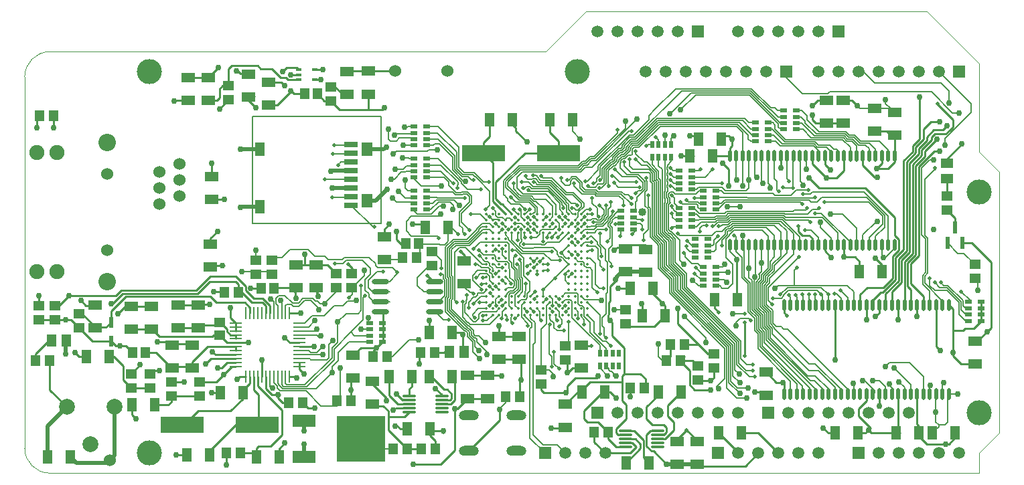
<source format=gtl>
%FSLAX25Y25*%
%MOIN*%
G70*
G01*
G75*
G04 Layer_Physical_Order=1*
G04 Layer_Color=13346897*
%ADD10R,0.03543X0.01969*%
%ADD11R,0.05512X0.04724*%
%ADD12R,0.05906X0.05118*%
%ADD13R,0.02362X0.05906*%
%ADD14R,0.05118X0.07087*%
%ADD15R,0.07087X0.05118*%
%ADD16R,0.04724X0.05512*%
%ADD17R,0.02756X0.01575*%
%ADD18R,0.05118X0.05906*%
%ADD19R,0.02165X0.05709*%
%ADD20R,0.21654X0.07874*%
%ADD21O,0.06693X0.01181*%
%ADD22O,0.00984X0.06102*%
%ADD23O,0.06102X0.00984*%
%ADD24O,0.08661X0.02362*%
%ADD25C,0.01400*%
%ADD26O,0.02165X0.05906*%
%ADD27R,0.01969X0.03543*%
%ADD28R,0.11811X0.06299*%
%ADD29R,0.24410X0.22835*%
%ADD30R,0.05512X0.07087*%
%ADD31R,0.04724X0.07087*%
%ADD32R,0.07087X0.03150*%
%ADD33C,0.01000*%
%ADD34C,0.00500*%
%ADD35C,0.02000*%
%ADD36C,0.00300*%
%ADD37C,0.00787*%
%ADD38R,0.05906X0.05906*%
%ADD39C,0.05906*%
%ADD40O,0.10000X0.05000*%
%ADD41C,0.07500*%
%ADD42C,0.06000*%
%ADD43C,0.08700*%
%ADD44C,0.07874*%
%ADD45C,0.02000*%
%ADD46C,0.04000*%
%ADD47C,0.03000*%
%ADD48C,0.12500*%
D10*
X804850Y210724D02*
D03*
Y201276D02*
D03*
X811150D02*
D03*
Y210724D02*
D03*
Y204425D02*
D03*
Y207575D02*
D03*
X804850Y204425D02*
D03*
Y207575D02*
D03*
X513150Y190776D02*
D03*
Y200224D02*
D03*
X506850D02*
D03*
Y190776D02*
D03*
Y197075D02*
D03*
Y193925D02*
D03*
X513150Y197075D02*
D03*
Y193925D02*
D03*
X667150Y251342D02*
D03*
Y254492D02*
D03*
X660850Y251342D02*
D03*
Y254492D02*
D03*
Y248193D02*
D03*
Y257642D02*
D03*
X667150D02*
D03*
Y248193D02*
D03*
X675150Y232693D02*
D03*
Y242142D02*
D03*
X668850D02*
D03*
Y232693D02*
D03*
Y238992D02*
D03*
Y235842D02*
D03*
X675150Y238992D02*
D03*
Y235842D02*
D03*
X679150Y221842D02*
D03*
Y224992D02*
D03*
X672850Y221842D02*
D03*
Y224992D02*
D03*
Y218693D02*
D03*
Y228142D02*
D03*
X679150D02*
D03*
Y218693D02*
D03*
X638150Y246693D02*
D03*
Y256142D02*
D03*
X631850D02*
D03*
Y246693D02*
D03*
Y252992D02*
D03*
Y249842D02*
D03*
X638150Y252992D02*
D03*
Y249842D02*
D03*
X667150Y269842D02*
D03*
Y272992D02*
D03*
X660850Y269842D02*
D03*
Y272992D02*
D03*
Y266693D02*
D03*
Y276142D02*
D03*
X667150D02*
D03*
Y266693D02*
D03*
X679150Y256693D02*
D03*
Y266142D02*
D03*
X672850D02*
D03*
Y256693D02*
D03*
Y262992D02*
D03*
Y259842D02*
D03*
X679150Y262992D02*
D03*
Y259842D02*
D03*
X705150Y293842D02*
D03*
Y296992D02*
D03*
X698850Y293842D02*
D03*
Y296992D02*
D03*
Y290693D02*
D03*
Y300142D02*
D03*
X705150D02*
D03*
Y290693D02*
D03*
X719150Y296693D02*
D03*
Y306142D02*
D03*
X712850D02*
D03*
Y296693D02*
D03*
Y302992D02*
D03*
Y299842D02*
D03*
X719150Y302992D02*
D03*
Y299842D02*
D03*
X528850Y266142D02*
D03*
Y256693D02*
D03*
X535150D02*
D03*
Y266142D02*
D03*
Y259842D02*
D03*
Y262992D02*
D03*
X528850Y259842D02*
D03*
Y262992D02*
D03*
Y294992D02*
D03*
Y291842D02*
D03*
X535150Y294992D02*
D03*
Y291842D02*
D03*
Y298142D02*
D03*
Y288693D02*
D03*
X528850D02*
D03*
Y298142D02*
D03*
Y282142D02*
D03*
Y272693D02*
D03*
X535150D02*
D03*
Y282142D02*
D03*
Y275842D02*
D03*
Y278992D02*
D03*
X528850Y275842D02*
D03*
Y278992D02*
D03*
D11*
X808000Y229543D02*
D03*
Y222457D02*
D03*
X794000Y256457D02*
D03*
Y263543D02*
D03*
X388000Y167874D02*
D03*
Y174960D02*
D03*
X397500Y167874D02*
D03*
Y174960D02*
D03*
X408000Y163874D02*
D03*
Y170960D02*
D03*
X422000Y163874D02*
D03*
Y170960D02*
D03*
X458000Y231543D02*
D03*
Y224457D02*
D03*
X537700Y228874D02*
D03*
Y235961D02*
D03*
X450000Y224457D02*
D03*
Y231543D02*
D03*
X436500Y318461D02*
D03*
Y311374D02*
D03*
X362000Y197874D02*
D03*
Y204960D02*
D03*
X342000Y201874D02*
D03*
Y208960D02*
D03*
X634000Y199874D02*
D03*
Y206961D02*
D03*
X592000Y169874D02*
D03*
Y176961D02*
D03*
X432000Y200567D02*
D03*
Y194268D02*
D03*
X678000Y184961D02*
D03*
Y177874D02*
D03*
X670000Y178961D02*
D03*
Y171874D02*
D03*
X487500Y310874D02*
D03*
Y317961D02*
D03*
X497800Y217874D02*
D03*
Y224960D02*
D03*
X490000Y217874D02*
D03*
Y224960D02*
D03*
X350000Y201874D02*
D03*
Y208961D02*
D03*
X604000Y181874D02*
D03*
Y188961D02*
D03*
D12*
X794000Y279740D02*
D03*
Y272260D02*
D03*
D13*
X794260Y240260D02*
D03*
X801740D02*
D03*
X798000Y247740D02*
D03*
D14*
X377209Y183417D02*
D03*
X365791D02*
D03*
X399709Y159417D02*
D03*
X388291D02*
D03*
X612291Y166000D02*
D03*
X623709D02*
D03*
X680291Y145417D02*
D03*
X691709D02*
D03*
X678291Y212000D02*
D03*
X689709D02*
D03*
X780209Y145417D02*
D03*
X768791D02*
D03*
X798209D02*
D03*
X786791D02*
D03*
X738291D02*
D03*
X749709D02*
D03*
X450291Y133417D02*
D03*
X461709D02*
D03*
X761709Y226000D02*
D03*
X750291D02*
D03*
X681709Y292000D02*
D03*
X670291D02*
D03*
X677417Y283500D02*
D03*
X666000D02*
D03*
X443709Y165417D02*
D03*
X432291D02*
D03*
X427209Y134417D02*
D03*
X415791D02*
D03*
X536291Y195417D02*
D03*
X547709D02*
D03*
X642291Y204000D02*
D03*
X653709D02*
D03*
X636291Y217417D02*
D03*
X647709D02*
D03*
X545709Y248000D02*
D03*
X534291D02*
D03*
X547709Y173417D02*
D03*
X536291D02*
D03*
X516291D02*
D03*
X527709D02*
D03*
X661709Y166000D02*
D03*
X650291D02*
D03*
X634291Y130500D02*
D03*
X645709D02*
D03*
X566291Y301417D02*
D03*
X577709D02*
D03*
X596291D02*
D03*
X607709D02*
D03*
X536709Y147417D02*
D03*
X525291D02*
D03*
X357709Y133417D02*
D03*
X346291D02*
D03*
D15*
X427500Y228208D02*
D03*
Y239626D02*
D03*
X428000Y273126D02*
D03*
Y261708D02*
D03*
X571000Y182209D02*
D03*
Y193626D02*
D03*
X581000Y182209D02*
D03*
Y193626D02*
D03*
X704000Y164291D02*
D03*
Y175709D02*
D03*
X808000Y179709D02*
D03*
Y191126D02*
D03*
X553600Y219709D02*
D03*
Y231126D02*
D03*
X370000Y197709D02*
D03*
Y209126D02*
D03*
X418500Y177708D02*
D03*
Y189126D02*
D03*
X411500Y197709D02*
D03*
Y209126D02*
D03*
X421500Y197709D02*
D03*
Y209126D02*
D03*
X408500Y177708D02*
D03*
Y189126D02*
D03*
X388000Y197209D02*
D03*
Y208626D02*
D03*
X398000Y197209D02*
D03*
Y208626D02*
D03*
X470000Y217709D02*
D03*
Y229126D02*
D03*
X498500Y172709D02*
D03*
Y184126D02*
D03*
X480000Y217709D02*
D03*
Y229126D02*
D03*
X734000Y299709D02*
D03*
Y311126D02*
D03*
X742300Y299709D02*
D03*
Y311126D02*
D03*
X758000Y295709D02*
D03*
Y307126D02*
D03*
X768000Y293709D02*
D03*
Y305126D02*
D03*
X495500Y314209D02*
D03*
Y325626D02*
D03*
X506000Y314291D02*
D03*
Y325709D02*
D03*
X514000Y231709D02*
D03*
Y243126D02*
D03*
X426500Y311209D02*
D03*
Y322626D02*
D03*
X604000Y159709D02*
D03*
Y148291D02*
D03*
X416500Y311209D02*
D03*
Y322626D02*
D03*
X446500Y312709D02*
D03*
Y324126D02*
D03*
X456500Y308709D02*
D03*
Y320126D02*
D03*
X644000Y225491D02*
D03*
Y236909D02*
D03*
X634000Y225709D02*
D03*
Y237126D02*
D03*
X612000Y177709D02*
D03*
Y189126D02*
D03*
X508000Y171126D02*
D03*
Y159709D02*
D03*
X555500Y162622D02*
D03*
Y174039D02*
D03*
X565500Y162622D02*
D03*
Y174039D02*
D03*
X669709Y129709D02*
D03*
Y141126D02*
D03*
X659709Y129709D02*
D03*
Y141126D02*
D03*
D16*
X515543Y183417D02*
D03*
X508457D02*
D03*
X636457Y168000D02*
D03*
X643543D02*
D03*
X581543Y163417D02*
D03*
X574457D02*
D03*
X497543Y161417D02*
D03*
X490457D02*
D03*
X473543Y160417D02*
D03*
X466457D02*
D03*
X442543Y135417D02*
D03*
X435457D02*
D03*
X388850Y185417D02*
D03*
X395150D02*
D03*
X459150Y217417D02*
D03*
X452850D02*
D03*
X654457Y181417D02*
D03*
X661543D02*
D03*
X656457Y189417D02*
D03*
X663543D02*
D03*
X480650Y314417D02*
D03*
X474350D02*
D03*
X434457Y215417D02*
D03*
X441543D02*
D03*
X349543Y303417D02*
D03*
X342457D02*
D03*
X539087Y185417D02*
D03*
X532000D02*
D03*
X340457Y181417D02*
D03*
X347543D02*
D03*
X531150Y240000D02*
D03*
X524851D02*
D03*
X530043Y233000D02*
D03*
X522957D02*
D03*
X518457Y137417D02*
D03*
X525543D02*
D03*
X618457Y146000D02*
D03*
X625543D02*
D03*
X532457Y137417D02*
D03*
X539543D02*
D03*
D17*
X479536Y326477D02*
D03*
Y321359D02*
D03*
X471465D02*
D03*
Y323918D02*
D03*
Y326477D02*
D03*
D18*
X553740Y186000D02*
D03*
X546260D02*
D03*
X355740Y191417D02*
D03*
X348260D02*
D03*
D19*
X378000Y191291D02*
D03*
Y200543D02*
D03*
D20*
X450701Y149417D02*
D03*
X413299D02*
D03*
X600701Y284917D02*
D03*
X563299D02*
D03*
D21*
X542571Y155894D02*
D03*
Y157862D02*
D03*
Y159831D02*
D03*
Y161799D02*
D03*
Y163768D02*
D03*
X526429Y155894D02*
D03*
Y157862D02*
D03*
Y159831D02*
D03*
Y161799D02*
D03*
Y163768D02*
D03*
X650071Y138663D02*
D03*
Y140631D02*
D03*
Y142600D02*
D03*
Y144569D02*
D03*
Y146537D02*
D03*
X633929Y138663D02*
D03*
Y140631D02*
D03*
Y142600D02*
D03*
Y144569D02*
D03*
Y146537D02*
D03*
D22*
X445173Y205264D02*
D03*
X447142D02*
D03*
X449110D02*
D03*
X451079D02*
D03*
X453047D02*
D03*
X455016D02*
D03*
X456984D02*
D03*
X458953D02*
D03*
X460921D02*
D03*
X462890D02*
D03*
X464858D02*
D03*
X466827D02*
D03*
Y173571D02*
D03*
X464858D02*
D03*
X462890D02*
D03*
X460921D02*
D03*
X458953D02*
D03*
X456984D02*
D03*
X455016D02*
D03*
X453047D02*
D03*
X451079D02*
D03*
X449110D02*
D03*
X447142D02*
D03*
X445173D02*
D03*
D23*
X471846Y200244D02*
D03*
Y198275D02*
D03*
Y196307D02*
D03*
Y194339D02*
D03*
Y192370D02*
D03*
Y190401D02*
D03*
Y188433D02*
D03*
Y186465D02*
D03*
Y184496D02*
D03*
Y182527D02*
D03*
Y180559D02*
D03*
Y178590D02*
D03*
X440154D02*
D03*
Y180559D02*
D03*
Y182527D02*
D03*
Y184496D02*
D03*
Y186465D02*
D03*
Y188433D02*
D03*
Y190401D02*
D03*
Y192370D02*
D03*
Y194339D02*
D03*
Y196307D02*
D03*
Y198275D02*
D03*
Y200244D02*
D03*
D24*
X512114Y220917D02*
D03*
Y215917D02*
D03*
Y210917D02*
D03*
Y205917D02*
D03*
X538886Y220917D02*
D03*
Y215917D02*
D03*
Y210917D02*
D03*
Y205917D02*
D03*
D25*
X615197Y251464D02*
D03*
Y248315D02*
D03*
Y245165D02*
D03*
Y242016D02*
D03*
Y238866D02*
D03*
Y235716D02*
D03*
Y232567D02*
D03*
Y229417D02*
D03*
Y226268D02*
D03*
Y223118D02*
D03*
Y219968D02*
D03*
Y216819D02*
D03*
Y213669D02*
D03*
Y210520D02*
D03*
Y207370D02*
D03*
Y204220D02*
D03*
X612047D02*
D03*
Y207370D02*
D03*
Y210520D02*
D03*
Y213669D02*
D03*
Y216819D02*
D03*
Y219968D02*
D03*
Y223118D02*
D03*
Y226268D02*
D03*
Y229417D02*
D03*
Y232567D02*
D03*
Y235716D02*
D03*
Y238866D02*
D03*
Y242016D02*
D03*
Y245165D02*
D03*
Y248315D02*
D03*
Y251464D02*
D03*
Y254614D02*
D03*
X605748D02*
D03*
Y251464D02*
D03*
Y248315D02*
D03*
Y245165D02*
D03*
Y242016D02*
D03*
Y238866D02*
D03*
Y235716D02*
D03*
Y232567D02*
D03*
Y229417D02*
D03*
Y226268D02*
D03*
Y223118D02*
D03*
Y219968D02*
D03*
Y216819D02*
D03*
Y213669D02*
D03*
Y210520D02*
D03*
Y207370D02*
D03*
Y204220D02*
D03*
X608898D02*
D03*
Y207370D02*
D03*
Y210520D02*
D03*
Y213669D02*
D03*
Y216819D02*
D03*
Y219968D02*
D03*
Y223118D02*
D03*
Y226268D02*
D03*
Y229417D02*
D03*
Y232567D02*
D03*
Y235716D02*
D03*
Y238866D02*
D03*
Y242016D02*
D03*
Y245165D02*
D03*
Y248315D02*
D03*
Y251464D02*
D03*
Y254614D02*
D03*
X596299D02*
D03*
Y251464D02*
D03*
Y248315D02*
D03*
Y245165D02*
D03*
Y213669D02*
D03*
Y210520D02*
D03*
Y207370D02*
D03*
Y204220D02*
D03*
X593150D02*
D03*
Y207370D02*
D03*
Y210520D02*
D03*
Y213669D02*
D03*
Y226268D02*
D03*
Y229417D02*
D03*
Y232567D02*
D03*
Y245165D02*
D03*
Y248315D02*
D03*
Y251464D02*
D03*
Y254614D02*
D03*
X599449D02*
D03*
Y251464D02*
D03*
Y248315D02*
D03*
Y245165D02*
D03*
Y213669D02*
D03*
Y210520D02*
D03*
Y207370D02*
D03*
Y204220D02*
D03*
X602598D02*
D03*
Y207370D02*
D03*
Y210520D02*
D03*
Y213669D02*
D03*
Y245165D02*
D03*
Y248315D02*
D03*
Y251464D02*
D03*
Y254614D02*
D03*
X577402D02*
D03*
Y251464D02*
D03*
Y248315D02*
D03*
Y245165D02*
D03*
Y213669D02*
D03*
Y210520D02*
D03*
Y207370D02*
D03*
Y204220D02*
D03*
X574252D02*
D03*
Y207370D02*
D03*
Y210520D02*
D03*
Y213669D02*
D03*
Y216819D02*
D03*
Y219968D02*
D03*
Y223118D02*
D03*
Y226268D02*
D03*
Y229417D02*
D03*
Y232567D02*
D03*
Y235716D02*
D03*
Y238866D02*
D03*
Y245165D02*
D03*
Y248315D02*
D03*
Y251464D02*
D03*
Y254614D02*
D03*
X567953D02*
D03*
Y251464D02*
D03*
Y248315D02*
D03*
Y245165D02*
D03*
Y242016D02*
D03*
Y238866D02*
D03*
Y235716D02*
D03*
Y232567D02*
D03*
Y229417D02*
D03*
Y226268D02*
D03*
Y223118D02*
D03*
Y219968D02*
D03*
Y216819D02*
D03*
Y213669D02*
D03*
Y210520D02*
D03*
Y207370D02*
D03*
Y204220D02*
D03*
X571102D02*
D03*
Y207370D02*
D03*
Y210520D02*
D03*
Y213669D02*
D03*
Y216819D02*
D03*
Y219968D02*
D03*
Y223118D02*
D03*
Y226268D02*
D03*
Y229417D02*
D03*
Y232567D02*
D03*
Y235716D02*
D03*
Y238866D02*
D03*
Y242016D02*
D03*
Y245165D02*
D03*
Y248315D02*
D03*
Y251464D02*
D03*
Y254614D02*
D03*
X583701D02*
D03*
Y251464D02*
D03*
Y248315D02*
D03*
Y245165D02*
D03*
Y213669D02*
D03*
Y210520D02*
D03*
Y207370D02*
D03*
Y204220D02*
D03*
X580551D02*
D03*
Y207370D02*
D03*
Y210520D02*
D03*
Y213669D02*
D03*
Y245165D02*
D03*
Y248315D02*
D03*
Y251464D02*
D03*
Y254614D02*
D03*
X586850D02*
D03*
Y251464D02*
D03*
Y248315D02*
D03*
Y245165D02*
D03*
Y232567D02*
D03*
Y229417D02*
D03*
Y226268D02*
D03*
Y213669D02*
D03*
Y210520D02*
D03*
Y207370D02*
D03*
Y204220D02*
D03*
X590000D02*
D03*
Y207370D02*
D03*
Y210520D02*
D03*
Y213669D02*
D03*
Y226268D02*
D03*
Y229417D02*
D03*
Y232567D02*
D03*
Y245165D02*
D03*
Y248315D02*
D03*
Y251464D02*
D03*
Y254614D02*
D03*
X564803Y204220D02*
D03*
Y207370D02*
D03*
Y210520D02*
D03*
Y213669D02*
D03*
Y216819D02*
D03*
Y219968D02*
D03*
Y223118D02*
D03*
Y226268D02*
D03*
Y229417D02*
D03*
Y232567D02*
D03*
Y235716D02*
D03*
Y238866D02*
D03*
Y242016D02*
D03*
Y245165D02*
D03*
Y248315D02*
D03*
Y251464D02*
D03*
Y254614D02*
D03*
X574252Y242016D02*
D03*
X615197Y254614D02*
D03*
D26*
X794945Y209244D02*
D03*
X791795D02*
D03*
X788646D02*
D03*
X785496D02*
D03*
X782346D02*
D03*
X779197D02*
D03*
X776047D02*
D03*
X772898D02*
D03*
X769748D02*
D03*
X766598D02*
D03*
X763449D02*
D03*
X760299D02*
D03*
X757150D02*
D03*
X754000D02*
D03*
X750850D02*
D03*
X747701D02*
D03*
X744551D02*
D03*
X741402D02*
D03*
X738252D02*
D03*
X735102D02*
D03*
X731953D02*
D03*
X728803D02*
D03*
X725654D02*
D03*
X722504D02*
D03*
X719354D02*
D03*
X716205D02*
D03*
X713055D02*
D03*
X794945Y164756D02*
D03*
X791795D02*
D03*
X788646D02*
D03*
X785496D02*
D03*
X782346D02*
D03*
X779197D02*
D03*
X776047D02*
D03*
X772898D02*
D03*
X769748D02*
D03*
X766598D02*
D03*
X763449D02*
D03*
X760299D02*
D03*
X757150D02*
D03*
X754000D02*
D03*
X750850D02*
D03*
X747701D02*
D03*
X744551D02*
D03*
X741402D02*
D03*
X738252D02*
D03*
X735102D02*
D03*
X731953D02*
D03*
X728803D02*
D03*
X725654D02*
D03*
X722504D02*
D03*
X719354D02*
D03*
X716205D02*
D03*
X713055D02*
D03*
X767945Y283661D02*
D03*
X764795D02*
D03*
X761646D02*
D03*
X758496D02*
D03*
X755346D02*
D03*
X752197D02*
D03*
X749047D02*
D03*
X745898D02*
D03*
X742748D02*
D03*
X739598D02*
D03*
X736449D02*
D03*
X733299D02*
D03*
X730150D02*
D03*
X727000D02*
D03*
X723850D02*
D03*
X720701D02*
D03*
X717551D02*
D03*
X714402D02*
D03*
X711252D02*
D03*
X708102D02*
D03*
X704953D02*
D03*
X701803D02*
D03*
X698654D02*
D03*
X695504D02*
D03*
X692354D02*
D03*
X689205D02*
D03*
X686055D02*
D03*
X767945Y239173D02*
D03*
X764795D02*
D03*
X761646D02*
D03*
X758496D02*
D03*
X755346D02*
D03*
X752197D02*
D03*
X749047D02*
D03*
X745898D02*
D03*
X742748D02*
D03*
X739598D02*
D03*
X736449D02*
D03*
X733299D02*
D03*
X730150D02*
D03*
X727000D02*
D03*
X723850D02*
D03*
X720701D02*
D03*
X717551D02*
D03*
X714402D02*
D03*
X711252D02*
D03*
X708102D02*
D03*
X704953D02*
D03*
X701803D02*
D03*
X698654D02*
D03*
X695504D02*
D03*
X692354D02*
D03*
X689205D02*
D03*
X686055D02*
D03*
D27*
X650425Y282850D02*
D03*
X653575D02*
D03*
X650425Y289150D02*
D03*
X653575D02*
D03*
X647276D02*
D03*
X656724D02*
D03*
Y282850D02*
D03*
X647276D02*
D03*
X627575Y185150D02*
D03*
X624425D02*
D03*
X627575Y178850D02*
D03*
X624425D02*
D03*
X630724D02*
D03*
X621276D02*
D03*
Y185150D02*
D03*
X630724D02*
D03*
D28*
X474000Y151472D02*
D03*
Y133362D02*
D03*
D29*
X502347Y142417D02*
D03*
D30*
X505346Y286795D02*
D03*
Y261205D02*
D03*
D31*
X452000Y258055D02*
D03*
Y286992D02*
D03*
D32*
X497472Y258842D02*
D03*
Y263173D02*
D03*
Y267504D02*
D03*
Y271835D02*
D03*
Y276165D02*
D03*
Y280496D02*
D03*
Y284827D02*
D03*
Y289158D02*
D03*
D33*
X758500Y203500D02*
X760299Y205299D01*
X779197Y203500D02*
Y209244D01*
X713055Y205445D02*
X714500Y204000D01*
X713055Y205445D02*
Y209244D01*
X636457Y163400D02*
Y168000D01*
Y163043D02*
Y163400D01*
X626500Y166000D02*
X629500Y163000D01*
X623709Y166000D02*
X626500D01*
X616500Y171000D02*
X632500D01*
X612291Y166791D02*
X616500Y171000D01*
X612291Y166000D02*
Y166791D01*
X613500Y152500D02*
X615000Y151000D01*
X613500Y152500D02*
Y156500D01*
X622500Y165500D01*
X615000Y151000D02*
X620543D01*
X603709Y148000D02*
X604000Y148291D01*
X597000Y148000D02*
X603709D01*
X604000Y159709D02*
X610291Y166000D01*
X612291D01*
X632500Y174000D02*
X633500Y175000D01*
X632500Y161500D02*
Y174000D01*
Y161500D02*
X634500Y159500D01*
X609000Y173000D02*
X619583D01*
X604917Y168917D02*
X609000Y173000D01*
X604917Y165417D02*
Y168917D01*
X619583Y173000D02*
X620500Y173917D01*
X593500Y165417D02*
X604917D01*
X636417Y135417D02*
X639500Y138500D01*
X624000Y135417D02*
X636417D01*
X637369Y140631D02*
X639500Y138500D01*
X633929Y140631D02*
X637369D01*
X643543Y168000D02*
X644000Y168457D01*
Y172500D01*
X641500Y175000D02*
X644000Y172500D01*
X633500Y175000D02*
X641500D01*
X636457Y163043D02*
X636500Y163000D01*
X620543Y151000D02*
X625543Y146000D01*
X650071Y142600D02*
X653600D01*
X658000Y147000D01*
X654417Y145878D02*
Y148083D01*
X653000Y149500D02*
X654417Y148083D01*
X653486Y144946D02*
X654417Y145878D01*
X653446Y144946D02*
X653486D01*
X653069Y144569D02*
X653446Y144946D01*
X650071Y144569D02*
X653069D01*
X658000Y147000D02*
Y151000D01*
X655000Y154000D02*
X658000Y151000D01*
X655000Y154000D02*
Y159291D01*
X661709Y166000D01*
X647500Y149500D02*
X653000D01*
X644500Y152500D02*
X647500Y149500D01*
X644500Y152500D02*
Y158500D01*
X650291Y164291D01*
Y166000D01*
X643000Y133209D02*
X645709Y130500D01*
X643000Y133209D02*
Y142000D01*
X638463Y146537D02*
X643000Y142000D01*
X644500Y144500D02*
X646537Y146537D01*
X644500Y139000D02*
Y144500D01*
Y139000D02*
X647000Y136500D01*
X638900Y142600D02*
X641500Y140000D01*
Y137709D02*
Y140000D01*
X647917Y136500D02*
X654500Y129917D01*
X647000Y136500D02*
X647917D01*
X646537Y146537D02*
X650071D01*
X618457Y140960D02*
X624000Y135417D01*
X618457Y140960D02*
Y146000D01*
X634500Y152500D02*
Y159500D01*
X629500Y147500D02*
X634500Y152500D01*
X669709Y141126D02*
Y141791D01*
X664500Y147000D02*
X669709Y141791D01*
X659709Y142209D02*
X664500Y147000D01*
X659709Y141126D02*
Y142209D01*
X630431Y144569D02*
X633929D01*
X629500Y145500D02*
X630431Y144569D01*
X629500Y145500D02*
Y147500D01*
X625543Y142457D02*
X629337Y138663D01*
X625543Y142457D02*
Y146000D01*
X629337Y138663D02*
X633929D01*
Y146537D02*
X638463D01*
X634291Y130500D02*
X641500Y137709D01*
X633929Y142600D02*
X638900D01*
X700000Y145417D02*
X710000Y135417D01*
X691709Y145417D02*
X700000D01*
X690000Y135417D02*
Y135709D01*
X680291Y145417D02*
X690000Y135709D01*
X678291Y207709D02*
X680500Y205500D01*
X678291Y207709D02*
Y212000D01*
X689500Y212209D02*
X689709Y212000D01*
X689500Y212209D02*
Y231917D01*
X811150Y207575D02*
Y210724D01*
Y204425D02*
Y207575D01*
Y201276D02*
Y204425D01*
X796945Y196500D02*
X802000D01*
X796945D02*
Y207244D01*
Y185417D02*
Y196500D01*
X802000D02*
X803000Y197500D01*
X807374D01*
X811150Y201276D01*
X806240Y240260D02*
X816000Y230500D01*
Y198000D02*
Y230500D01*
X814000Y196000D02*
X816000Y198000D01*
X720000Y246000D02*
Y248500D01*
Y246000D02*
X722000Y244000D01*
X725500D01*
X727000Y242500D01*
Y239173D02*
Y242500D01*
X791795Y209244D02*
Y211291D01*
X809126Y191126D02*
X814000Y196000D01*
X808000Y191126D02*
X809126D01*
X761709Y226000D02*
Y229291D01*
X758500Y232500D02*
X761709Y229291D01*
X750291Y226000D02*
X750500Y226209D01*
Y231000D01*
X748335Y233165D02*
X750500Y231000D01*
X742748Y233165D02*
X748335D01*
X750850Y209244D02*
Y214350D01*
X754500Y218000D01*
X762500D01*
X766598Y215735D02*
X771500Y220636D01*
X766598Y209244D02*
Y215735D01*
X763500Y214757D02*
X770000Y221257D01*
X763500Y209295D02*
Y214757D01*
X768500Y221879D02*
Y232791D01*
X762080Y215459D02*
X768500Y221879D01*
X760959Y215459D02*
X762080D01*
X757150Y211650D02*
X760959Y215459D01*
X767000Y222500D02*
Y233413D01*
X762500Y218000D02*
X767000Y222500D01*
X776000Y219917D02*
Y229685D01*
Y219917D02*
X782346Y213571D01*
X774500Y218500D02*
X776047Y216953D01*
X774500Y218500D02*
Y230306D01*
X772898Y216602D02*
X773000Y216705D01*
X768500Y232791D02*
X772500Y236791D01*
X776000Y229685D02*
X780000Y233685D01*
X774500Y230306D02*
X778500Y234306D01*
X773000Y230927D02*
X777000Y234928D01*
X773000Y216705D02*
Y230927D01*
X771500Y231549D02*
X775500Y235549D01*
X771500Y220636D02*
Y231549D01*
X770000Y232170D02*
X774000Y236170D01*
X770000Y221257D02*
Y232170D01*
X767000Y233413D02*
X770027Y236440D01*
X763449Y209244D02*
X763500Y209295D01*
X757150Y209244D02*
Y211650D01*
X794945Y209244D02*
X796945Y207244D01*
X782346Y209244D02*
Y213571D01*
X738252Y191248D02*
Y209244D01*
Y191248D02*
X738500Y191000D01*
X750000Y157500D02*
X754000Y161500D01*
X750000Y153917D02*
Y157500D01*
Y153917D02*
X756000Y147917D01*
X754000Y161500D02*
Y163756D01*
X760299Y159000D02*
Y163756D01*
X702291Y166000D02*
X704000Y164291D01*
X698500Y166000D02*
X702291D01*
X713055Y163756D02*
Y169945D01*
X712500Y170500D02*
X713055Y169945D01*
X709209Y170500D02*
X712500D01*
X704000Y175709D02*
X709209Y170500D01*
X660000Y199917D02*
X670500Y189417D01*
X660000Y199917D02*
Y207417D01*
X625709Y210482D02*
X626250Y211024D01*
X625709Y204441D02*
Y210482D01*
X625500Y204232D02*
X625709Y204441D01*
X625500Y202500D02*
Y204232D01*
X801740Y240260D02*
X806240D01*
X794000Y282000D02*
X801500Y289500D01*
X794000Y279740D02*
Y282000D01*
X798000Y247740D02*
Y252457D01*
X794000Y256457D02*
X798000Y252457D01*
X794000Y263543D02*
Y272260D01*
X510000Y187874D02*
X513374Y191248D01*
X508457Y186331D02*
X510000Y187874D01*
X502248D02*
X510000D01*
X498500Y184126D02*
X502248Y187874D01*
X508457Y183417D02*
Y186331D01*
X512614Y205917D02*
X513374Y205157D01*
Y191248D02*
Y205157D01*
X626250Y218364D02*
X629000Y221114D01*
X626250Y211024D02*
Y218364D01*
X633500Y175000D02*
Y188000D01*
X627543Y193957D02*
X633500Y188000D01*
X627543Y193957D02*
Y200457D01*
X568000Y260866D02*
X574252Y254614D01*
X572598Y259417D02*
X577402Y254614D01*
X572172Y259417D02*
X572598D01*
X612209Y188917D02*
X617000Y189000D01*
X626500Y201500D02*
X627543Y200457D01*
X463500Y325417D02*
X465500Y327417D01*
X452500Y326917D02*
X458000D01*
X462500Y322417D01*
X465000D01*
X456500Y320126D02*
X462791D01*
X456500Y308709D02*
X460721D01*
X446209Y312417D02*
X447291D01*
X445604Y311813D02*
X446209Y312417D01*
X445604Y311813D02*
X450000Y307417D01*
X432043Y306917D02*
X436500Y311374D01*
X432000Y306917D02*
X432043D01*
X437964Y328417D02*
X451000D01*
X452500Y326917D01*
X465000Y322417D02*
X466059Y321359D01*
X465500Y327417D02*
X470525D01*
X471465Y326477D01*
X466059Y321359D02*
X471465D01*
X462791Y320126D02*
X464500Y318417D01*
X436500Y326953D02*
X437964Y328417D01*
X376000Y183417D02*
X379500D01*
X428957Y228917D02*
X433500D01*
X434500D01*
X388291Y154626D02*
X390500Y152417D01*
X388291Y154626D02*
Y159417D01*
X399709D02*
X406500D01*
X408000Y160917D01*
Y163874D01*
X787879Y285917D02*
X790500D01*
X783000D02*
X789000Y291917D01*
X781500Y286539D02*
X786500Y291539D01*
X780000Y287160D02*
X784000Y291160D01*
X778500Y287781D02*
X782500Y291781D01*
X777000Y288403D02*
X780500Y291902D01*
X782500Y291781D02*
Y296917D01*
X780500Y291902D02*
Y312917D01*
X784000Y291160D02*
Y292917D01*
X787964Y294417D02*
X793510D01*
X795266Y296173D01*
X795291D02*
X797000Y297882D01*
X793987Y298430D02*
X793987D01*
X794000Y298417D01*
X795266Y296173D02*
X795291D01*
X797000Y297882D02*
Y301417D01*
X792000Y296417D02*
X794000Y298417D01*
X787500Y296417D02*
X792000D01*
X761646Y279708D02*
Y283661D01*
X759000Y277063D02*
X761646Y279708D01*
X759000Y277063D02*
X764646D01*
X579500Y295917D02*
X585000Y290417D01*
X579500Y295917D02*
Y297417D01*
X577500Y299417D02*
X579500Y297417D01*
X577500Y299417D02*
Y301417D01*
X360000Y185417D02*
X362000Y183417D01*
X365791D01*
X379500Y183417D02*
X384000Y178917D01*
Y171874D02*
Y178917D01*
Y171874D02*
X388000Y167874D01*
X397500D01*
X368626Y191291D02*
X378000D01*
X380500Y188791D01*
X375500Y198043D02*
X378000Y200543D01*
X362000Y204960D02*
X363417D01*
X370335Y198043D01*
X375500D01*
X355500Y201874D02*
X358043D01*
X362022Y197896D02*
X368626Y191291D01*
X358043Y201874D02*
X362022Y197896D01*
X363500Y196417D01*
X380500Y188791D02*
X382500D01*
X385476D01*
X363000Y211417D02*
X365500Y208917D01*
X350000Y208961D02*
X352000D01*
X410500Y134417D02*
X415791D01*
X388000Y174960D02*
X388043D01*
X392500Y179417D01*
X397500Y174960D02*
X398957Y176417D01*
X402000D01*
X425000Y179917D02*
X427610Y182527D01*
X428500Y185917D02*
X429921Y184496D01*
X440154D01*
X395150Y185417D02*
X400500D01*
X385476Y188791D02*
X386350Y187917D01*
X388500D01*
X378000Y199043D02*
Y206142D01*
X385275Y213417D01*
X408000Y163874D02*
X420000D01*
X435673Y180590D02*
X440154D01*
X408043Y170917D02*
X414500D01*
X430543Y170960D02*
X434000Y174417D01*
X420000Y170960D02*
X430543D01*
X413500Y148417D02*
X421500Y156417D01*
X437500D01*
X443709Y162626D01*
X449110Y166807D02*
Y173571D01*
Y166807D02*
X451500Y164417D01*
Y153417D02*
Y164417D01*
X443709Y162626D02*
Y165417D01*
X428000D02*
X432291D01*
X443104Y166022D02*
X447142Y170059D01*
X451079Y168838D02*
Y173571D01*
X455016Y167437D02*
Y173571D01*
Y167437D02*
X458036Y164417D01*
X453047Y173571D02*
Y181870D01*
X476043Y157917D02*
X479500D01*
X383621Y214917D02*
X421121D01*
X427121Y220917D01*
X440000D01*
X383000Y216417D02*
X420500D01*
X427500Y223417D01*
X440076D01*
X378621Y209917D02*
X383621Y214917D01*
X378000Y209917D02*
X378621D01*
X357000Y213917D02*
X380500D01*
X383000Y216417D01*
X385275Y213417D02*
X427500D01*
X440000Y220917D02*
X441543Y219374D01*
Y215417D02*
Y219374D01*
X427500Y213417D02*
X430500Y210417D01*
X398000Y197417D02*
X402000Y193417D01*
X428299D01*
X429150Y194268D01*
X342000Y208960D02*
Y213917D01*
X356957D02*
X357000D01*
X440076Y223417D02*
X445000Y218493D01*
X496035Y229382D02*
X498000Y227417D01*
Y224960D02*
Y227417D01*
X514000Y243126D02*
Y246917D01*
X516500Y249417D01*
X552000Y235917D02*
X554000Y233917D01*
X537449Y220917D02*
Y221968D01*
X569500Y262089D02*
X572172Y259417D01*
X569500Y270417D02*
X584000Y284917D01*
X780209Y143709D02*
Y148941D01*
X428000Y261708D02*
X434500D01*
X428000Y274000D02*
Y279874D01*
X427500Y239626D02*
Y242417D01*
X431000Y245917D01*
X446500Y313209D02*
X447291Y312417D01*
X479536Y321359D02*
X482441D01*
X467715Y315703D02*
X469000Y314417D01*
X467500Y315917D02*
X467715Y315703D01*
X467941Y315929D01*
X479595Y326417D02*
X483500D01*
X467512Y315929D02*
X467941D01*
X467500Y323918D02*
X471465D01*
X445000Y216382D02*
Y218493D01*
X433957Y215917D02*
X434457Y215417D01*
X429000Y215917D02*
X433957D01*
X441543Y215417D02*
X443000D01*
X448000Y210417D01*
X453379D01*
X455016Y208780D01*
Y205264D02*
Y208780D01*
X448965Y212417D02*
X453500D01*
X456984Y208933D01*
Y205264D02*
Y208933D01*
X430500Y210417D02*
X444689D01*
X445000Y216382D02*
X448965Y212417D01*
X447500Y217417D02*
X450850D01*
X452850Y219417D01*
X418494Y180947D02*
X425980Y188433D01*
X440154D01*
X418494Y178423D02*
Y180947D01*
X447142Y205264D02*
Y207964D01*
X444689Y210417D02*
X447142Y207964D01*
X446484Y190401D02*
X446500Y190417D01*
X440154Y190401D02*
X446484D01*
X431000Y177917D02*
X433000D01*
X435673Y180590D01*
X427610Y182527D02*
X440154D01*
X434000Y174417D02*
X438173Y178590D01*
X440154D01*
Y180559D02*
Y180590D01*
X349500Y298417D02*
Y303374D01*
X341000Y301960D02*
X342457Y303417D01*
X341000Y297417D02*
Y301960D01*
X381500Y204917D02*
X385209Y208626D01*
X352000Y208961D02*
X356957Y213917D01*
X342000Y201874D02*
X355500D01*
X342000Y201874D02*
X342000Y201874D01*
X341000Y225817D02*
X342000Y224817D01*
X340457Y181417D02*
Y184874D01*
X346260Y190677D01*
X429791Y199209D02*
X432000Y201417D01*
X401000Y190917D02*
X408209D01*
Y189417D02*
X408500Y189126D01*
X766000Y293709D02*
X768000D01*
X767945Y293653D02*
X768000Y293709D01*
X767945Y280362D02*
Y293653D01*
X764000Y295709D02*
X766000Y293709D01*
X758000Y295709D02*
X764000D01*
X764646Y277063D02*
X767945Y280362D01*
X734000Y299709D02*
X742000D01*
X728709D02*
X732000D01*
X727000Y301417D02*
Y303917D01*
Y301417D02*
X728709Y299709D01*
X685500Y293417D02*
X687000Y291917D01*
Y288417D02*
Y291917D01*
X686055Y287472D02*
X687000Y288417D01*
X679709Y293417D02*
X685500D01*
X685811Y283417D02*
X686055Y283661D01*
Y287472D01*
X742748Y276165D02*
Y283661D01*
X739000Y272417D02*
X742748Y276165D01*
X734000Y272417D02*
X739000D01*
X727000Y279417D02*
Y283661D01*
X677709Y283417D02*
X685811D01*
X733299Y236118D02*
Y239173D01*
X727000Y279417D02*
X734000Y272417D01*
X801209Y179709D02*
X808000D01*
X796945Y183972D02*
Y185417D01*
Y183972D02*
X801209Y179709D01*
X798209Y143126D02*
Y145417D01*
X795000Y139917D02*
X798209Y143126D01*
X780209Y143709D02*
X784000Y139917D01*
X795000D01*
X735000Y145417D02*
X738291D01*
X732493Y147924D02*
X735000Y145417D01*
X630500Y217417D02*
X636291D01*
X642291Y204000D02*
Y210000D01*
X678000Y172917D02*
Y177874D01*
X676500Y171417D02*
X678000Y172917D01*
X670457Y171417D02*
X676500D01*
X520000Y241917D02*
Y246000D01*
X522500Y239417D02*
X524851D01*
X520000Y241917D02*
X522500Y239417D01*
X480000Y215917D02*
Y217709D01*
X409709Y311209D02*
X416500D01*
X582000Y171917D02*
Y181209D01*
X581543Y171461D02*
X582000Y171917D01*
X571000Y182209D02*
X581000D01*
X582000Y181209D01*
X547709Y195417D02*
Y197417D01*
Y195417D02*
X552000D01*
X553000Y194417D01*
X498500Y171417D02*
Y172709D01*
X581543Y163417D02*
Y171461D01*
X537709Y146417D02*
X542500D01*
X523118Y161799D02*
X526429D01*
X520000Y164917D02*
X523118Y161799D01*
X536709Y147417D02*
X537709Y146417D01*
X480000Y215917D02*
X481000Y214917D01*
Y213417D02*
Y214917D01*
X388500Y187917D02*
X389000Y187417D01*
X471846Y177071D02*
Y180559D01*
Y177071D02*
X474000Y174917D01*
X789250Y309167D02*
X797000Y301417D01*
X385209Y208626D02*
X388000D01*
X398000D01*
X408500Y189835D02*
X421000D01*
X555500Y174039D02*
X565500D01*
X572500D01*
X468000Y229126D02*
X470000D01*
X474500D01*
X440750Y326167D02*
X442291Y324626D01*
X528000Y249417D02*
X534291D01*
X768248Y147961D02*
X770791Y145417D01*
X756500D02*
X768791D01*
X770791D01*
X632791Y237917D02*
X634000Y239126D01*
X644000D01*
X661709Y283500D02*
X666000D01*
X668000D01*
X460721Y308709D02*
X467715Y315703D01*
X492709Y314709D02*
X495500D01*
X406650Y178417D02*
X418000D01*
X468647Y216356D02*
X469622Y215381D01*
X467294Y217709D02*
X468647Y216356D01*
X467000Y190417D02*
X471846D01*
X471862D01*
X464500Y192917D02*
X467000Y190417D01*
X459441Y217709D02*
X467294D01*
X469622Y212795D02*
Y215381D01*
X667543Y181417D02*
X670000Y178961D01*
X755209Y307126D02*
X758000D01*
X742300Y311126D02*
X746791D01*
X749500Y308417D01*
X571000Y193626D02*
Y198917D01*
X440791Y172209D02*
X442154Y173571D01*
X445173D01*
X447142Y170059D02*
Y173571D01*
X661543Y181417D02*
X663543Y183417D01*
X654457Y181417D02*
X656457Y183417D01*
Y189417D01*
X663543D02*
X670500D01*
X674957Y184961D01*
X678000D01*
X753500Y145417D02*
X755000Y146917D01*
X749709Y145417D02*
X753500D01*
X474500Y229126D02*
Y234417D01*
Y229126D02*
X480000D01*
X569500Y262089D02*
Y270417D01*
X568000Y260866D02*
Y280216D01*
X563299Y284917D02*
X568000Y280216D01*
X584000Y284917D02*
X600701D01*
X459150Y217417D02*
X459441Y217709D01*
X466827Y205264D02*
X472346D01*
X536291Y197417D02*
Y201417D01*
X571000Y193626D02*
X581000D01*
X480000Y229126D02*
X485835D01*
X490000Y224960D01*
X365500Y208917D02*
X370209D01*
X388000Y197209D02*
X398000D01*
X429150Y194268D02*
X432000D01*
X420000Y199209D02*
X429791D01*
X440154Y196307D02*
Y200244D01*
X437500Y202898D02*
Y207917D01*
Y202898D02*
X440154Y200244D01*
X432000Y200567D02*
X432233D01*
X435756Y196035D02*
Y197044D01*
Y196035D02*
X437453Y194338D01*
X440154D01*
X432233Y200567D02*
X435756Y197044D01*
X432000Y194268D02*
X435866Y190401D01*
X440154D01*
Y186464D02*
Y188433D01*
Y192370D02*
Y194338D01*
X421500Y209126D02*
X421791Y209417D01*
X411500Y209126D02*
X421500D01*
X411500Y197709D02*
X421500D01*
X555500Y162622D02*
X565500D01*
X519555Y157862D02*
X526429D01*
X524000Y153464D02*
X526429Y155894D01*
X471846Y190401D02*
X471862Y190417D01*
X733299Y279118D02*
Y283661D01*
Y279118D02*
X736000Y276417D01*
X752197Y278720D02*
Y283661D01*
X729709Y311126D02*
X732000D01*
X711500Y277417D02*
Y283413D01*
X666000Y293417D02*
X668291D01*
X563299Y284917D02*
Y290216D01*
X566291Y293209D01*
Y301417D01*
X596291Y295126D02*
Y301417D01*
Y295126D02*
X600701Y290716D01*
Y284917D02*
Y290716D01*
X630000Y237917D02*
X632791D01*
X628500Y236417D02*
X630000Y237917D01*
X742748Y233165D02*
Y239173D01*
X647709Y214708D02*
X653709Y208709D01*
X685500Y268417D02*
Y276917D01*
X682500Y279917D02*
X685500Y276917D01*
X755000Y146917D02*
X756000Y147917D01*
X466827Y173571D02*
X469846D01*
X470500Y172917D01*
X471846Y188433D02*
X478984D01*
X479000Y188417D01*
X554000Y231126D02*
Y233917D01*
X484193Y310874D02*
X487500D01*
X480650Y314417D02*
X484193Y310874D01*
X489457Y317961D02*
X492709Y314709D01*
X487500Y317961D02*
X489457D01*
X469000Y314417D02*
X474350D01*
X446500Y313209D02*
X449291D01*
X433543Y318461D02*
X436500D01*
X432000Y316917D02*
X433543Y318461D01*
X432000Y312417D02*
Y316917D01*
X430791Y311209D02*
X432000Y312417D01*
X426500Y311209D02*
X430791D01*
X416500Y322626D02*
X426500D01*
X431426Y327552D01*
X442291Y324626D02*
X446500D01*
X347543Y166852D02*
Y181417D01*
Y166852D02*
X355978Y158417D01*
X522000Y147417D02*
X525291D01*
X520500Y148917D02*
X522000Y147417D01*
X542571Y163768D02*
Y164346D01*
Y159831D02*
X546913D01*
X542571Y161799D02*
X546761D01*
X547500Y162539D01*
X546913Y159831D02*
X549000Y161917D01*
Y173417D01*
Y157417D02*
X550295D01*
X555500Y162622D01*
X592000Y169874D02*
X593043D01*
X730500Y267417D02*
X753500D01*
X725500Y272417D02*
X730500Y267417D01*
X752197Y278720D02*
X758000Y272917D01*
X786500Y292953D02*
X787964Y294417D01*
X786500Y291539D02*
Y292953D01*
X784000Y292917D02*
X787500Y296417D01*
X782500Y296917D02*
X786000Y300417D01*
X790500D01*
X693500Y183917D02*
Y200417D01*
X421791Y209417D02*
X427000D01*
X436500Y318461D02*
Y326953D01*
X727000Y308417D02*
X729709Y311126D01*
X400500Y185417D02*
X408000Y177917D01*
X788000Y276917D02*
Y277417D01*
X777000Y285645D02*
Y288403D01*
X778500Y285024D02*
Y287781D01*
X780000Y284402D02*
Y287160D01*
X781500Y283781D02*
Y286539D01*
X783000Y283160D02*
Y285917D01*
X753500Y267417D02*
X768000Y252917D01*
Y243933D02*
Y252917D01*
X774000Y280524D02*
X778500Y285024D01*
X775500Y279903D02*
X780000Y284402D01*
X777000Y279281D02*
X781500Y283781D01*
X778500Y278660D02*
X783000Y283160D01*
X780000Y278039D02*
X787879Y285917D01*
X772500Y281145D02*
X777000Y285645D01*
X733299Y236118D02*
X736500Y232917D01*
X768000Y243933D02*
X770027Y241906D01*
Y236440D02*
Y241906D01*
X592000Y166917D02*
Y168831D01*
X593043Y169874D01*
X590000Y207370D02*
Y207417D01*
X592000Y166917D02*
X593500Y165417D01*
X607795Y177709D02*
X612000D01*
X605543Y175457D02*
X607795Y177709D01*
X605000Y175417D02*
Y180874D01*
X604000Y181874D02*
X605000Y180874D01*
X495791Y325917D02*
X519500D01*
X526429Y163768D02*
Y167346D01*
X527709Y168626D01*
Y173417D01*
X539500Y167417D02*
X542571Y164346D01*
X547500Y162539D02*
Y164917D01*
X543875Y167042D02*
X545375D01*
X547500Y164917D01*
X537500Y173417D02*
X543875Y167042D01*
X536291Y173417D02*
X537500D01*
X531457Y179917D02*
Y185917D01*
X553000Y188677D02*
Y194417D01*
X551740Y187417D02*
X553000Y188677D01*
X542500Y146417D02*
X543500Y145417D01*
X539543Y137417D02*
Y141374D01*
X536709Y144209D02*
X539543Y141374D01*
X536709Y144209D02*
Y147417D01*
X525543Y137417D02*
X532457D01*
X519500Y148917D02*
X520500D01*
X497500Y160417D02*
Y173708D01*
X520587Y159831D02*
X526429D01*
X516500Y153464D02*
X524000D01*
X427209Y134417D02*
Y136626D01*
X440000Y149417D01*
X450701D01*
X457500Y138917D02*
X463000Y144417D01*
X451500Y138917D02*
X457500D01*
X450291Y137708D02*
X451500Y138917D01*
X450291Y133417D02*
Y137708D01*
X442543Y135417D02*
X448291D01*
X450291Y133417D01*
X435457Y129461D02*
Y135417D01*
Y129461D02*
X435500Y129417D01*
X461709Y133417D02*
Y137626D01*
X464500Y140417D01*
X463000Y144417D02*
Y156917D01*
X451079Y168838D02*
X463000Y156917D01*
X516291Y164126D02*
X520587Y159831D01*
X516291Y164126D02*
Y173417D01*
X515000Y161417D02*
Y162917D01*
X507396Y170521D02*
X515000Y162917D01*
X516000Y146960D02*
X525543Y137417D01*
X508000Y159709D02*
X508791Y158917D01*
X473543Y160417D02*
X476043Y157917D01*
X463457Y160417D02*
X466457D01*
X516000Y146960D02*
Y156417D01*
X513500Y158917D02*
X516000Y156417D01*
X508791Y158917D02*
X513500D01*
X355500Y190917D02*
X356000Y191417D01*
X539087Y185417D02*
X543417D01*
X544260Y186260D01*
Y187417D01*
X755000Y146917D02*
X756500Y145417D01*
X772500Y236791D02*
Y281145D01*
X775500Y235549D02*
Y279903D01*
X777000Y234928D02*
Y279281D01*
X778500Y234306D02*
Y278660D01*
X780000Y233685D02*
Y278039D01*
X774000Y236170D02*
Y280524D01*
X461000Y162874D02*
X463457Y160417D01*
X461000Y162874D02*
Y163417D01*
X462000Y164417D01*
X458036D02*
X461079D01*
Y163496D02*
Y164417D01*
X634000Y198500D02*
Y199874D01*
X669709Y129000D02*
X693583D01*
X700000Y135417D01*
X571500Y151870D02*
Y157295D01*
X556189Y136559D02*
X571500Y151870D01*
X549000Y137000D02*
Y157417D01*
X528500Y130000D02*
X542000D01*
X549000Y137000D01*
X625500Y202500D02*
X626500Y201500D01*
X653709Y203709D02*
Y208709D01*
X634000Y198500D02*
X648500D01*
X653709Y203709D01*
X663000Y181417D02*
X667543D01*
X663000Y179500D02*
Y181417D01*
Y179500D02*
X666000Y176500D01*
X535500Y223917D02*
X537449Y221968D01*
X487500Y310874D02*
X491874Y306500D01*
X495500Y325626D02*
X495791Y325917D01*
X491874Y306500D02*
X505896D01*
X513000D01*
X514000Y307500D01*
X505896Y306500D02*
Y314396D01*
X666000Y169342D02*
Y176500D01*
Y169342D02*
X668341Y167000D01*
X676558D01*
X768791Y145417D02*
X769748Y146374D01*
Y163756D01*
X779197Y149952D02*
X780209Y148941D01*
X779197Y149952D02*
Y163756D01*
X738500Y181917D02*
Y191000D01*
X754000Y202000D02*
Y209244D01*
X760299Y205299D02*
Y209244D01*
X769748Y202000D02*
Y209244D01*
X772898D02*
Y216602D01*
X776047Y209244D02*
Y216953D01*
X788646Y188417D02*
X790646Y186417D01*
X788646Y188417D02*
Y209244D01*
D34*
X643750Y265364D02*
X644750Y266364D01*
X643750Y258667D02*
X645250Y257167D01*
X643750Y258667D02*
Y265364D01*
X645500Y258331D02*
Y264000D01*
Y258331D02*
X646250Y257581D01*
X647250Y243461D02*
Y270007D01*
X648250Y243876D02*
Y270422D01*
X649250Y244290D02*
Y270836D01*
X650250Y244704D02*
Y271250D01*
X651250Y245118D02*
Y271664D01*
X652250Y245532D02*
Y276750D01*
X653575Y265795D02*
Y282850D01*
X653250Y265471D02*
X653575Y265795D01*
X653250Y262364D02*
Y265471D01*
Y262364D02*
X653575Y262039D01*
Y260295D02*
Y262039D01*
X653505Y260226D02*
X653575Y260295D01*
X653505Y260226D02*
Y260226D01*
X653250Y259970D02*
X653505Y260226D01*
X653250Y245947D02*
Y259970D01*
X654250Y265056D02*
X654919Y265726D01*
X654250Y262778D02*
Y265056D01*
Y262778D02*
X654919Y262109D01*
Y260226D02*
Y262109D01*
X654250Y259556D02*
X654919Y260226D01*
X654250Y246361D02*
Y259556D01*
X655250Y264642D02*
X656275Y265667D01*
X655250Y263192D02*
Y264642D01*
Y263192D02*
X655919Y262523D01*
Y260640D02*
Y262523D01*
Y260640D02*
X656275Y260284D01*
Y260167D02*
Y260284D01*
X655250Y259142D02*
X656275Y260167D01*
X655250Y246775D02*
Y259142D01*
X654919Y265726D02*
Y267523D01*
X646500Y270757D02*
Y274342D01*
X647500Y271172D02*
Y274757D01*
X648500Y271586D02*
Y275171D01*
X649500Y272000D02*
Y275585D01*
X646500Y270757D02*
X647250Y270007D01*
X647500Y271172D02*
X648250Y270422D01*
X648500Y271586D02*
X649250Y270836D01*
X649500Y272000D02*
X650250Y271250D01*
X645750Y275092D02*
X646500Y274342D01*
X645564Y276692D02*
X647500Y274757D01*
X644754Y278917D02*
X648500Y275171D01*
X644668Y280417D02*
X649500Y275585D01*
X650500Y272414D02*
X651250Y271664D01*
X654750Y272142D02*
X654919Y272311D01*
X654750Y270692D02*
Y272142D01*
Y270692D02*
X654919Y270523D01*
Y269311D02*
Y270523D01*
X654750Y269142D02*
X654919Y269311D01*
X654750Y267692D02*
Y269142D01*
Y267692D02*
X654919Y267523D01*
X650425Y278575D02*
X652250Y276750D01*
X650500Y272500D02*
Y276000D01*
X654750Y276692D02*
Y278142D01*
Y276692D02*
X654919Y276523D01*
Y275311D02*
Y276523D01*
X654750Y275142D02*
X654919Y275311D01*
X654750Y273692D02*
Y275142D01*
Y273692D02*
X654919Y273523D01*
Y272311D02*
Y273523D01*
X656275Y265667D02*
X657750D01*
X654919Y278311D02*
Y278919D01*
X654750Y278142D02*
X654919Y278311D01*
Y278919D02*
X656724Y280724D01*
X639642Y252000D02*
X642000D01*
X642500Y251500D01*
X638650Y252992D02*
X639642Y252000D01*
X639750Y262778D02*
X643750Y266778D01*
X642750Y267192D02*
Y270167D01*
X641725Y266167D02*
X642750Y267192D01*
X640275Y266167D02*
X641725D01*
X646250Y243047D02*
Y257581D01*
X645250Y246790D02*
Y257167D01*
X643000Y244540D02*
X645250Y246790D01*
X639024Y249917D02*
X641500D01*
X642500Y248917D01*
X651250Y245118D02*
X654618Y241750D01*
X650250Y244704D02*
X651242Y243711D01*
X649250Y244290D02*
X650828Y242711D01*
X648250Y243876D02*
X650414Y241711D01*
X647250Y243461D02*
X650000Y240711D01*
X646250Y243047D02*
X649586Y239711D01*
X652250Y245532D02*
X655032Y242750D01*
X653250Y245947D02*
X655447Y243750D01*
X654250Y246361D02*
X655861Y244750D01*
X656275Y245750D02*
X656681D01*
X649586Y239711D02*
X649586D01*
X650500Y238797D01*
X650000Y240711D02*
X650000D01*
X651500Y239212D01*
X650414Y241711D02*
X652500Y239626D01*
X650414Y241711D02*
X650414D01*
X650828Y242711D02*
X650828D01*
X653500Y240040D01*
X651242Y243711D02*
X651242D01*
X654204Y240750D01*
X655250Y246775D02*
X656275Y245750D01*
X657000Y257675D02*
Y258417D01*
X650500Y227417D02*
Y238797D01*
X651500Y227831D02*
Y239212D01*
X652500Y228246D02*
Y239626D01*
X653500Y228660D02*
Y240040D01*
X654500Y229074D02*
Y240750D01*
X654204D02*
X654500D01*
X655007Y241750D02*
X655879Y240879D01*
X654618Y241750D02*
X655007D01*
X655422Y242750D02*
X656879Y241293D01*
X655032Y242750D02*
X655422D01*
X655836Y243750D02*
X657879Y241707D01*
X655447Y243750D02*
X655836D01*
X656250Y244750D02*
X658879Y242121D01*
X655861Y244750D02*
X656250D01*
X656681Y245750D02*
X661000Y241431D01*
X657000Y247500D02*
Y247917D01*
Y255000D02*
X657500Y255500D01*
Y253000D02*
X659158Y251342D01*
X657000Y257675D02*
X658768Y255907D01*
X658985D01*
X659516Y255376D01*
Y254401D02*
Y255376D01*
X657750Y265667D02*
X658811Y264606D01*
X660668D01*
X658639Y266693D02*
X660850D01*
X656914Y268417D02*
X658639Y266693D01*
X658500Y259992D02*
X660850Y257642D01*
X658500Y259992D02*
Y262417D01*
X643000Y241500D02*
Y244540D01*
X642500Y247000D02*
Y248917D01*
X657276Y248193D02*
X660850D01*
X659158Y251342D02*
X660850D01*
X657500Y253000D02*
Y255500D01*
X661000Y231500D02*
Y241431D01*
X658879Y230364D02*
Y242121D01*
X657879Y229950D02*
Y241707D01*
X656879Y229536D02*
Y241293D01*
X596000Y185000D02*
Y199500D01*
X599583Y201500D02*
X600000D01*
X599500Y201417D02*
X599583Y201500D01*
X598250Y200167D02*
X598500Y199917D01*
X598250Y200167D02*
Y200225D01*
X597225Y201250D02*
X598250Y200225D01*
X597167Y201250D02*
X597225D01*
X596299Y202118D02*
X597167Y201250D01*
X596000Y199500D02*
X596500D01*
X592000Y197167D02*
X594625Y199792D01*
X592000Y176961D02*
Y197167D01*
X598500Y198000D02*
Y199917D01*
X600000Y196500D02*
X603500D01*
X598500Y198000D02*
X600000Y196500D01*
X591500Y202000D02*
Y205870D01*
Y202000D02*
X592000Y201500D01*
X590000Y207370D02*
X591500Y205870D01*
X593150Y213669D02*
Y216819D01*
X596000Y185000D02*
X597500Y183500D01*
Y178500D02*
Y183500D01*
X598500Y180000D02*
X601000Y177500D01*
X586850Y202650D02*
X589000Y200500D01*
Y190417D02*
Y200500D01*
X588000Y189417D02*
X589000Y190417D01*
X583701Y203716D02*
X587250Y200167D01*
Y198192D02*
Y200167D01*
X586500Y197442D02*
X587250Y198192D01*
X586850Y202650D02*
Y204220D01*
X588288Y205929D02*
Y205970D01*
Y205929D02*
X588300Y205917D01*
X598000Y173500D02*
Y174917D01*
X598500Y180000D02*
Y186000D01*
X626947Y176329D02*
X628000Y175276D01*
X626280Y176329D02*
X626947D01*
X625841Y176768D02*
X626280Y176329D01*
X625841Y176768D02*
Y177435D01*
X624425Y178850D02*
X625841Y177435D01*
X628000Y174000D02*
Y175276D01*
Y174000D02*
X629500D01*
X593150Y216819D02*
X605748Y229417D01*
X556583Y215417D02*
X558500D01*
X686055Y235862D02*
X689750Y232167D01*
X691000Y202417D02*
X695500D01*
X705000Y211500D02*
Y218000D01*
Y211500D02*
X707000Y209500D01*
X705000Y218000D02*
X720250Y233250D01*
X608898Y248315D02*
X610437Y249854D01*
X744551Y209244D02*
Y212949D01*
X741000Y216500D02*
X744551Y212949D01*
X738000Y215000D02*
X739000D01*
X747701Y209244D02*
Y215799D01*
X744500Y219000D02*
X747701Y215799D01*
X718000Y219000D02*
X744500D01*
X711558Y212500D02*
X712750Y213692D01*
Y214250D01*
X707500Y212500D02*
X711558D01*
X712750Y214250D02*
X715000Y216500D01*
X729500D01*
X731500Y214500D01*
X714583Y218000D02*
X731500D01*
X735000Y214500D01*
X711000Y214417D02*
X714583Y218000D01*
X783000Y243932D02*
X784500Y242432D01*
X783000Y223586D02*
X784500Y225086D01*
Y242432D01*
X781500Y244018D02*
X783500Y242018D01*
Y225500D02*
Y242018D01*
X782000Y224000D02*
X783500Y225500D01*
X783000Y220086D02*
Y223586D01*
X782000Y219672D02*
Y224000D01*
X718000Y226500D02*
X719500Y228000D01*
X718000Y219000D02*
Y226500D01*
X710083Y219000D02*
X718000D01*
X708500Y217417D02*
X710083Y219000D01*
X741402Y209244D02*
Y212598D01*
X739000Y215000D02*
X741402Y212598D01*
X785496Y209244D02*
Y216176D01*
X783000Y243932D02*
Y271917D01*
X782000Y219672D02*
X785496Y216176D01*
X783000Y220086D02*
X791795Y211291D01*
X785500Y219000D02*
Y222500D01*
Y219000D02*
X788000Y216500D01*
X794000D01*
X800000Y210500D01*
Y204500D02*
Y210500D01*
Y204500D02*
X803224Y201276D01*
X804850D01*
X794500Y219000D02*
X802000Y211500D01*
X792500Y219000D02*
X794500D01*
X791000Y220500D02*
X792500Y219000D01*
X794000Y218000D02*
X801000Y211000D01*
X790500Y218000D02*
X794000D01*
X788000Y220500D02*
X790500Y218000D01*
X802000Y209000D02*
Y211500D01*
Y209000D02*
X803425Y207575D01*
X801000Y207000D02*
Y211000D01*
Y207000D02*
X803500Y204500D01*
X804776D01*
X804850Y204425D01*
X803425Y207575D02*
X804850D01*
X801000Y216000D02*
X805563Y211437D01*
X735000Y209347D02*
X735102Y209244D01*
X735000Y209347D02*
Y214500D01*
X731953Y209244D02*
Y214047D01*
X731500Y214500D02*
X731953Y214047D01*
X728500Y209547D02*
X728803Y209244D01*
X728500Y209547D02*
Y214500D01*
X725500Y209398D02*
X725654Y209244D01*
X725500Y209398D02*
Y214500D01*
X695504Y267421D02*
Y271417D01*
X722504Y209244D02*
Y213996D01*
X721925Y214575D02*
X722504Y213996D01*
X692354Y268563D02*
Y295063D01*
X639000Y256142D02*
Y260528D01*
X719354Y209244D02*
Y213280D01*
X718567Y214067D02*
X719354Y213280D01*
X716205Y209244D02*
Y213495D01*
X679500Y168417D02*
X683500Y172417D01*
X747701Y164756D02*
Y169799D01*
X747250Y170250D02*
X747701Y169799D01*
X753000Y171500D02*
X758000Y166500D01*
Y165606D02*
Y166500D01*
X757150Y164756D02*
X758000Y165606D01*
X528537Y256380D02*
X530500Y254417D01*
X752000Y171500D02*
X753000D01*
X763449Y164756D02*
Y166051D01*
Y163756D02*
Y164756D01*
X763500Y164807D01*
X519984Y260433D02*
X528850D01*
X763500Y164807D02*
Y168500D01*
X760518Y171482D02*
X763500Y168500D01*
X757018Y171482D02*
X760518D01*
X765274Y169226D02*
X767325Y167175D01*
X766598Y166449D02*
X767325Y167175D01*
X766598Y163756D02*
Y166449D01*
X744500Y165500D02*
Y167500D01*
X714756Y197244D02*
X744500Y167500D01*
X712641Y197244D02*
X714756D01*
X770000Y171000D02*
X772898Y168102D01*
X782346Y163756D02*
Y173653D01*
X775500Y180500D02*
X782346Y173653D01*
X765500Y180500D02*
X775500D01*
X763500Y178500D02*
X765500Y180500D01*
X524516Y262402D02*
X529638D01*
X518541Y284459D02*
X520000Y285917D01*
X772898Y163756D02*
Y168102D01*
X791795Y163756D02*
Y169795D01*
X792500Y170500D01*
X796189Y165000D02*
X799500D01*
X794500Y163311D02*
X796189Y165000D01*
X794500Y151000D02*
Y163311D01*
X793000Y149500D02*
X794500Y151000D01*
X788500D02*
Y163756D01*
Y151000D02*
X790000Y149500D01*
X776047Y163756D02*
Y169453D01*
X767717Y177783D02*
X776047Y169453D01*
X716205Y163756D02*
Y171295D01*
X700000Y187500D02*
X716205Y171295D01*
X700000Y187500D02*
Y194689D01*
X701000Y188500D02*
X719500Y170000D01*
X701000Y188500D02*
Y195104D01*
X702000Y188914D02*
X722000Y168914D01*
X702000Y188914D02*
Y195518D01*
X719500Y165000D02*
Y170000D01*
X722000Y166000D02*
Y168914D01*
X703000Y190500D02*
Y195932D01*
X704000Y192000D02*
Y196346D01*
X705000Y192414D02*
X725914Y171500D01*
X705000Y192414D02*
Y196760D01*
X725654Y163756D02*
Y167847D01*
X703000Y190500D02*
X725654Y167847D01*
X706000Y192828D02*
Y197175D01*
X707000Y195000D02*
X725500Y176500D01*
X707000Y195000D02*
Y197589D01*
X708000Y197500D02*
Y198003D01*
X712055Y197830D02*
X712641Y197244D01*
X712055Y197830D02*
Y197945D01*
X711583Y198417D02*
X712055Y197945D01*
X709000Y198417D02*
X711583D01*
X725500Y176500D02*
X730000D01*
X725500Y180000D02*
X728500D01*
X708000Y197500D02*
X725500Y180000D01*
X728000Y171500D02*
X731953Y167547D01*
X725914Y171500D02*
X728000D01*
X728500Y174000D02*
X735102Y167398D01*
X724828Y174000D02*
X728500D01*
X706000Y192828D02*
X724828Y174000D01*
X730000Y176500D02*
X738252Y168248D01*
X728500Y180000D02*
X741402Y167098D01*
X704000Y192000D02*
X729000Y167000D01*
Y165000D02*
Y167000D01*
X731953Y163756D02*
Y167547D01*
X735102Y163756D02*
Y167398D01*
X738252Y163756D02*
Y168248D01*
X741402Y163756D02*
Y167098D01*
X808000Y222457D02*
X809500Y220957D01*
Y216500D02*
Y220957D01*
X674000Y190500D02*
Y193000D01*
X663500Y203500D02*
X674000Y193000D01*
X621500Y212000D02*
X622000Y211500D01*
X622500Y203000D02*
X624459Y204959D01*
X799520Y235000D02*
X802543D01*
X808000Y229543D01*
X794260Y240260D02*
X799520Y235000D01*
X794000Y263543D02*
X794000Y263543D01*
X562500Y219968D02*
X564803D01*
X497384Y195705D02*
X503425Y201746D01*
X489000Y187321D02*
X497384Y195705D01*
X499163Y193925D01*
X506850D01*
X503425Y201746D02*
Y212925D01*
X502425Y206342D02*
Y217842D01*
X502500Y217917D01*
X501000Y204917D02*
X502425Y206342D01*
X503425Y212925D02*
X504500Y214000D01*
X489000Y181917D02*
Y187321D01*
X491000Y185500D02*
X496276Y190776D01*
X491000Y181500D02*
Y185500D01*
X502500Y197075D02*
X506850D01*
X496276Y190776D02*
X506850D01*
X506237Y213263D02*
X508000Y211500D01*
X506237Y213263D02*
X506237D01*
X506237D02*
X506250Y213275D01*
Y214725D01*
X504500Y216475D02*
X506250Y214725D01*
X504500Y216475D02*
Y222000D01*
X508083Y215917D02*
X516551D01*
X506000Y218000D02*
X508083Y215917D01*
X506000Y218000D02*
Y221500D01*
X494917Y204917D02*
X501000D01*
X563000Y222917D02*
X564500D01*
X572566Y202417D02*
Y205684D01*
X488000Y178500D02*
X491000Y181500D01*
X488000Y175500D02*
Y178500D01*
X464010Y168417D02*
X475500D01*
X479917Y167417D02*
X488000Y175500D01*
X490750Y200750D02*
X494917Y204917D01*
X490750Y190485D02*
Y200750D01*
X493525Y209000D02*
X495775Y211250D01*
X489000Y209000D02*
X493525D01*
X484000Y204000D02*
X489000Y209000D01*
X495775Y211250D02*
X499833D01*
X500000Y211417D01*
X478083Y204000D02*
X484000D01*
X506000Y201075D02*
X506850Y200224D01*
X506000Y201075D02*
Y203000D01*
X616350Y232567D02*
X619000Y229917D01*
X617500Y217917D02*
X620000Y215417D01*
X621000Y217500D02*
X623000D01*
X619000Y219500D02*
X621000Y217500D01*
X617500Y217917D02*
Y226500D01*
X616250Y227750D02*
X617500Y226500D01*
X614750Y227750D02*
X616250D01*
X613500Y229000D02*
X614750Y227750D01*
X613500Y229000D02*
Y230209D01*
X612791Y230917D02*
X613500Y230209D01*
X621276Y177724D02*
X625000Y174000D01*
Y173000D02*
Y174000D01*
X621276Y177724D02*
Y178850D01*
X624425Y185150D02*
Y187575D01*
X621276Y185150D02*
Y189139D01*
X601000Y198500D02*
X602500Y200000D01*
Y202000D01*
X601000Y203500D02*
X602500Y202000D01*
X599451Y207368D02*
X601000Y205819D01*
Y203500D02*
Y205819D01*
X604400Y206000D02*
X605748Y207348D01*
Y207370D01*
X579500Y236500D02*
X583500Y232500D01*
X581000Y231500D02*
X581500Y232000D01*
X572700Y234119D02*
X574252Y232567D01*
X572700Y234119D02*
Y237300D01*
X574252Y244066D02*
X575702Y242616D01*
X574252Y244066D02*
Y245165D01*
X572677Y249890D02*
X574252Y248315D01*
X576449Y252417D02*
X577402Y251464D01*
X575205Y252417D02*
X576449D01*
X574252Y251464D02*
X575205Y252417D01*
X582150Y242267D02*
X582500Y241917D01*
X582150Y242267D02*
Y246747D01*
X566253Y246865D02*
X567953Y245165D01*
X570500Y252917D02*
X572799D01*
X569500Y253917D02*
X570500Y252917D01*
X569500Y253917D02*
Y255917D01*
X575702Y241715D02*
X582546Y234871D01*
X577402Y241516D02*
X583046Y235871D01*
X577402Y241516D02*
Y245165D01*
X581500Y238917D02*
X583000Y237417D01*
X583701Y243216D02*
X584000Y242917D01*
X583701Y243216D02*
Y245165D01*
X592448Y246865D02*
X597999D01*
X606750Y270930D02*
X607837Y272017D01*
X606750Y269667D02*
Y270930D01*
X590250Y272692D02*
Y273056D01*
X589389Y273917D02*
X590250Y273056D01*
X582750Y275667D02*
X611641D01*
X581750Y276667D02*
X611227D01*
X581336Y277667D02*
X610813D01*
X580922Y278667D02*
X610398D01*
X589361Y272167D02*
X591211Y270317D01*
X587775Y272167D02*
X589361D01*
X587525Y271917D02*
X587775Y272167D01*
X585500Y271917D02*
X587525D01*
X590250Y272692D02*
X591275Y271667D01*
X588000Y273917D02*
X589389D01*
X583300Y266817D02*
X584662Y268179D01*
X586525D01*
X587387Y267317D01*
X595428D01*
X587934Y268317D02*
X595843D01*
X585834Y270417D02*
X587934Y268317D01*
X582500Y270417D02*
X585834D01*
X589500Y260917D02*
X593293Y257124D01*
Y254614D02*
Y257124D01*
X591450Y245867D02*
X592448Y246865D01*
X591450Y244565D02*
Y245867D01*
X579500Y260417D02*
X586000D01*
X577000Y262917D02*
X579500Y260417D01*
X578812Y263691D02*
Y263792D01*
Y263691D02*
X581086Y261417D01*
X586414D01*
X578201Y265817D02*
X579812Y264206D01*
Y264105D02*
Y264206D01*
Y264105D02*
X581500Y262417D01*
X586828D01*
X578615Y266817D02*
X580812Y264620D01*
Y264605D02*
Y264620D01*
Y264605D02*
X582000Y263417D01*
X587243D01*
X580000Y267417D02*
X583000Y264417D01*
X594263D01*
X580000Y270528D02*
Y272917D01*
X580068Y269010D02*
Y270460D01*
X575500Y270417D02*
X581750Y276667D01*
X574500Y270831D02*
X581336Y277667D01*
X573500Y271246D02*
X580922Y278667D01*
X574500Y268003D02*
X577686Y264817D01*
X577787D01*
X578812Y263792D01*
X575500Y268417D02*
X578100Y265817D01*
X578201D01*
X578318Y267099D02*
Y269735D01*
Y267099D02*
X578600Y266817D01*
X578615D01*
X580000Y267417D02*
Y268942D01*
X575275Y261142D02*
X577000Y259417D01*
X581500D01*
X597999Y246865D02*
X599449Y248315D01*
X601250Y258142D02*
X601500Y258392D01*
X601250Y256678D02*
Y258142D01*
Y256678D02*
X602598Y255330D01*
X597874Y253039D02*
Y258543D01*
X591837Y271317D02*
X597085D01*
X591750Y271405D02*
X591837Y271317D01*
X591750Y271405D02*
Y271556D01*
X591639Y271667D02*
X591750Y271556D01*
X591275Y271667D02*
X591639D01*
X593000Y272417D02*
X597400D01*
X592000Y273417D02*
X593000Y272417D01*
X601000Y246740D02*
Y249913D01*
X594975Y240417D02*
X601000D01*
X585917Y229417D02*
X586850D01*
X574252Y223118D02*
X577185Y220185D01*
X577500Y236500D02*
X579500D01*
X584375Y212000D02*
X585187Y212812D01*
X582032Y212000D02*
X584375D01*
X458000Y167417D02*
Y168417D01*
X458018Y168435D01*
X566550Y215072D02*
X567953Y213669D01*
X566550Y215072D02*
Y215100D01*
X566400Y218372D02*
X567953Y216819D01*
X566400Y218372D02*
Y218400D01*
X554000Y218000D02*
Y219709D01*
X556871Y199629D02*
X566511D01*
X560870Y207370D02*
X564803D01*
X558000Y204500D02*
X560870Y207370D01*
X558000Y204000D02*
Y204500D01*
X569562Y205829D02*
X571102Y207370D01*
X569500Y212067D02*
X571102Y213669D01*
X569500Y209000D02*
Y212067D01*
X615197Y204220D02*
X618500Y200917D01*
X580551Y210520D02*
X582032Y212000D01*
X586850Y213669D02*
X589000Y215819D01*
Y216000D01*
X575000Y202000D02*
Y203472D01*
X574252Y204220D02*
X575000Y203472D01*
X583701Y207299D02*
X585000Y206000D01*
X583701Y207299D02*
Y207370D01*
X582250Y209069D02*
X583701Y210520D01*
X579000Y202417D02*
X580551Y203968D01*
Y204220D01*
X577000Y200845D02*
X577712Y200134D01*
X577000Y200845D02*
Y203000D01*
X577402Y203402D01*
Y204220D01*
X623500Y194000D02*
X624500Y193000D01*
X622500Y199000D02*
X623500Y198000D01*
X622500Y199000D02*
Y203000D01*
X785500Y281417D02*
X787500D01*
X806000Y305114D02*
Y309417D01*
X793000Y288917D02*
Y292139D01*
X795784Y294923D01*
X795809D01*
X806000Y305114D01*
X463182Y166417D02*
X475000D01*
X482457Y158961D01*
X490543D01*
X492000Y160417D01*
Y178000D01*
X510628Y227917D02*
X518000D01*
X509707Y228839D02*
X510628Y227917D01*
X509707Y228839D02*
Y229711D01*
X498000Y217874D02*
X504000Y223874D01*
Y226417D01*
X513000Y210917D02*
X516551D01*
X442957Y225874D02*
X458000D01*
X572825Y221395D02*
X574252Y219968D01*
X462960Y232961D02*
X467000Y237000D01*
X458000Y232961D02*
X462960D01*
X518000Y227917D02*
X520500Y225417D01*
X516551Y220917D02*
X520500Y224866D01*
X531650Y232024D02*
Y238417D01*
X514000Y231709D02*
X521665D01*
X479750Y211167D02*
X480750D01*
X482000Y209917D01*
X537449Y205917D02*
X539500D01*
X543500Y201917D01*
X537449Y215917D02*
X539000D01*
X543500Y201917D02*
X546000D01*
X535449Y210917D02*
X541000D01*
X551417Y237917D02*
X554372D01*
X579000Y249917D02*
X582098D01*
X583701Y248315D01*
X582016Y253149D02*
Y256401D01*
Y253149D02*
X583701Y251464D01*
X588500Y270417D02*
X589000D01*
X584500Y272917D02*
Y273417D01*
Y272917D02*
X585500Y271917D01*
X585700Y265717D02*
X595614D01*
X585500Y265917D02*
X585700Y265717D01*
X585500Y265917D02*
X585800Y266217D01*
X581500Y256917D02*
X582016Y256401D01*
X575275Y261142D02*
Y262167D01*
X573500Y264155D02*
X574250Y263404D01*
Y263192D02*
X575275Y262167D01*
X588125Y254789D02*
X588958Y255623D01*
Y257459D01*
X586000Y260417D02*
X588958Y257459D01*
X589000Y270417D02*
X590100Y269317D01*
X596257D01*
X591211Y270317D02*
X596671D01*
X585800Y266217D02*
Y266429D01*
X580000Y272917D02*
X582750Y275667D01*
X587525Y254614D02*
X587700Y254789D01*
X588125D01*
X585276Y249890D02*
X586850Y248315D01*
X594500Y261917D02*
X597874Y258543D01*
X596299Y251464D02*
X597874Y253039D01*
X603500Y260180D02*
X604750Y258930D01*
Y255612D02*
Y258930D01*
X604500Y260594D02*
Y261074D01*
Y260594D02*
X605750Y259344D01*
Y256692D02*
Y259344D01*
Y256692D02*
X607828Y254614D01*
X607618Y264167D02*
X612000Y259786D01*
Y258331D02*
Y259786D01*
X610244Y256575D02*
X612000Y258331D01*
X608033Y265167D02*
X613258Y259941D01*
Y258176D02*
Y259941D01*
X610465Y255383D02*
X613258Y258176D01*
X607837Y272017D02*
X608986D01*
X611250Y269753D01*
X607423Y273017D02*
X609400D01*
X612250Y270167D01*
X587000Y242917D02*
X589803D01*
X591450Y244565D01*
X588000Y237417D02*
X588500Y237917D01*
X598000D01*
X588425Y249890D02*
X590000Y248315D01*
X575500Y268417D02*
Y270417D01*
X574500Y268003D02*
Y270831D01*
X573500Y264155D02*
Y271246D01*
X586828Y262417D02*
X588328Y260917D01*
X587243Y263417D02*
X588743Y261917D01*
X586414Y261417D02*
X587914Y259917D01*
X588743Y261917D02*
X594500D01*
X584000Y213917D02*
Y216000D01*
X607709Y295709D02*
X611500Y291917D01*
X460000Y209917D02*
Y212417D01*
X461494Y213911D01*
X752197Y244114D02*
X759000Y250917D01*
X752197Y239173D02*
Y244114D01*
X608898Y207370D02*
X610500Y205768D01*
Y202417D02*
Y205768D01*
X605748Y223118D02*
X607323Y224693D01*
X571102Y245165D02*
X572670Y246733D01*
X595500Y244366D02*
X596299Y245165D01*
X595500Y242917D02*
Y244366D01*
X572670Y246690D02*
Y246733D01*
X563000Y204220D02*
X564803D01*
X531150Y239417D02*
X541500D01*
X545709Y241040D02*
Y249417D01*
X546709Y248417D02*
X550709Y244417D01*
X688000D02*
X689205Y243212D01*
X637500Y244417D02*
X639463Y246380D01*
X532459Y268417D02*
X542500D01*
X543000D01*
X528517Y272359D02*
X532459Y268417D01*
X524984Y278401D02*
X529638D01*
X727000Y256917D02*
X730500D01*
X679150Y262917D02*
X694500D01*
X523000Y282417D02*
X526000D01*
X521516Y292433D02*
X529638D01*
X519484Y294402D02*
X529638D01*
X524000Y297917D02*
X525500D01*
X633500Y278417D02*
X636825Y275092D01*
X569528Y237291D02*
X571102Y235716D01*
X590000Y223917D02*
Y224417D01*
Y226268D01*
X602598Y207445D02*
X604173Y209020D01*
X603741Y224217D02*
X604064Y224540D01*
Y221353D02*
Y224540D01*
X603741Y224217D02*
Y224658D01*
X605350Y226268D01*
X598000Y242917D02*
Y243716D01*
X758000Y307126D02*
X766000D01*
X763500Y309626D02*
X766000Y307126D01*
X628500Y206961D02*
X634000D01*
X569500Y249917D02*
X569535Y249883D01*
X668500Y262402D02*
X673638D01*
X579088Y252928D02*
X580551Y251464D01*
X626500Y260417D02*
X626750Y260167D01*
X608898Y245165D02*
X610404Y246672D01*
X610430Y246697D01*
X617650Y250567D02*
X618000D01*
X612047Y242016D02*
X613593Y243562D01*
X630312Y256142D02*
X632650D01*
X632850D01*
X605748Y242016D02*
X607323Y243590D01*
X629025Y252917D02*
X632850D01*
X629425Y249842D02*
X632650D01*
X632850D01*
X631638Y244555D02*
Y246693D01*
Y247480D01*
X663750Y233167D02*
Y235167D01*
X615898Y236417D02*
X617500D01*
X548328Y269917D02*
X548500D01*
X549000D01*
X604000Y252917D02*
X605453Y251464D01*
X603500Y257417D02*
Y258008D01*
X601000Y242917D02*
Y243567D01*
X534362Y256693D02*
X535150D01*
X537179D01*
X618340Y269577D02*
X619750Y270987D01*
X589958Y254572D02*
Y257959D01*
X585283Y253032D02*
X586850Y251464D01*
X621047Y270870D02*
X622500Y272323D01*
X585283Y246733D02*
X587000Y245016D01*
X580500Y241417D02*
Y245216D01*
X586303Y254614D02*
X587525D01*
X659516Y254401D02*
X661638D01*
X657000Y257667D02*
Y258417D01*
Y258917D01*
X608500Y270205D02*
X608650Y270055D01*
X608500Y268417D02*
Y269917D01*
Y270205D01*
X615197Y254614D02*
X617697D01*
X721500Y268917D02*
X722250Y269667D01*
X600000Y234417D02*
X601150Y233268D01*
X602125D01*
X603250Y232142D01*
Y231915D02*
Y232142D01*
Y231915D02*
X605748Y229417D01*
X600000Y234417D02*
Y235917D01*
X598000Y237917D02*
X600000Y235917D01*
X593546Y234871D02*
X597000Y231417D01*
X601500D01*
X592025Y239417D02*
X592275Y239167D01*
X593725D01*
X594975Y240417D01*
X601000D02*
X605748Y245165D01*
X588500Y230917D02*
X590000Y232417D01*
X607828Y254614D02*
X608898D01*
X590000Y232417D02*
Y232567D01*
X594263Y264417D02*
X599460Y259220D01*
X612047Y238866D02*
X613598Y240417D01*
X617000D01*
X602598Y248315D02*
X604173Y249890D01*
X608898Y251464D02*
X610465Y253032D01*
Y255383D01*
X612197Y254614D02*
X614500Y256917D01*
X616500D01*
X612047Y245165D02*
X613740Y246859D01*
X618527D01*
X615197Y242016D02*
X616598Y243417D01*
X617000D01*
X620000Y240417D01*
X615646Y238417D02*
X619000D01*
X615197Y245165D02*
X618571D01*
X616398Y248315D02*
X616750Y248667D01*
X618922D01*
X619672Y249417D01*
X622243D01*
X618527Y246859D02*
X620086Y248417D01*
X622657D01*
X615197Y251464D02*
X616572D01*
X617275Y252167D01*
X619250D01*
X617697Y254614D02*
X618000Y254917D01*
X604750Y255612D02*
X605748Y254614D01*
X596671Y270317D02*
X607071Y259917D01*
X609000D01*
X610000Y258917D01*
X586850Y232567D02*
X588500Y230917D01*
X471250Y210167D02*
X473500Y212417D01*
X478500D01*
X479750Y211167D01*
X471500Y208417D02*
X474500Y211417D01*
X477500D01*
X468250Y210167D02*
X471250D01*
X468586Y208417D02*
X471500D01*
X467586Y209417D02*
X468586Y208417D01*
X465500Y209417D02*
X467586D01*
X461494Y213911D02*
X464506D01*
X468250Y210167D01*
X464858Y205264D02*
Y208775D01*
X465500Y209417D01*
X763500Y309626D02*
Y310917D01*
X766000Y307126D02*
X768000Y305126D01*
X721982Y314435D02*
X734607D01*
X735590Y315417D01*
X752500Y325417D02*
X758000Y319917D01*
X714000Y322417D02*
X721982Y314435D01*
X604064Y221353D02*
X605449Y219968D01*
X596299Y213669D02*
X597874Y212094D01*
Y208917D02*
Y212094D01*
X750000Y325417D02*
X752500D01*
X714000Y322417D02*
Y325417D01*
X743839Y295417D02*
X745339Y293917D01*
X743425Y294417D02*
X744925Y292917D01*
X728000Y293417D02*
X743010D01*
X726500Y292417D02*
X742596D01*
X744096Y290917D01*
X742182Y291417D02*
X745898Y287702D01*
X729000Y294417D02*
X743425D01*
X730500Y295417D02*
X743839D01*
X743010Y293417D02*
X744510Y291917D01*
X750586Y289917D02*
X755500D01*
X758496Y286921D01*
X751000Y290917D02*
X760500D01*
X764795Y286622D01*
X748000Y293917D02*
X751000Y290917D01*
X747586Y292917D02*
X750586Y289917D01*
X747172Y291917D02*
X750172Y288917D01*
X753500D01*
X755346Y287071D01*
X749047Y283661D02*
Y288627D01*
X746757Y290917D02*
X749047Y288627D01*
X744096Y290917D02*
X746757D01*
X744510Y291917D02*
X747172D01*
X744925Y292917D02*
X747586D01*
X745339Y293917D02*
X748000D01*
X755346Y283661D02*
Y287071D01*
X727600Y288417D02*
X730000Y286018D01*
Y283811D02*
Y286018D01*
X745898Y283661D02*
Y287702D01*
X713874Y291417D02*
X742182D01*
X711000Y288417D02*
X727600D01*
X712000Y289417D02*
X728015D01*
X729515Y287917D01*
X734172D01*
X736449Y285640D01*
X713460Y290417D02*
X728429D01*
X729929Y288917D01*
X735843D01*
X737843Y286917D01*
X764795Y283661D02*
Y286622D01*
X604064Y224540D02*
Y224545D01*
X574457Y160374D02*
Y163417D01*
X593150Y210520D02*
Y210558D01*
X527500Y253417D02*
X541000D01*
X525000Y250917D02*
X527500Y253417D01*
X552500Y250417D02*
X556500Y246417D01*
X552500Y250417D02*
Y254917D01*
X458953Y170646D02*
X460750Y168849D01*
X458953Y170646D02*
Y173571D01*
X460921Y170092D02*
Y173571D01*
Y170092D02*
X461750Y169263D01*
Y169167D02*
Y169263D01*
Y169167D02*
X463250Y167667D01*
X460750Y167849D02*
Y168849D01*
Y167849D02*
X461932Y166667D01*
X458000Y167417D02*
X458500Y167917D01*
X578437Y256566D02*
X580389Y254614D01*
X619000Y219500D02*
Y229917D01*
X685500Y170667D02*
X691000Y165167D01*
X686500Y171081D02*
X689664Y167917D01*
X687500Y173917D02*
X691000Y170417D01*
X684500Y167917D02*
X689500Y162917D01*
X694500D01*
X620250Y232692D02*
Y235142D01*
Y232692D02*
X620400Y232542D01*
Y232340D02*
Y232542D01*
Y232340D02*
X621500Y231240D01*
Y228917D02*
Y231240D01*
X602000Y270917D02*
Y272417D01*
Y270917D02*
X604000Y268917D01*
X606000D01*
X606750Y269667D01*
X597400Y272417D02*
X604649Y265167D01*
X595428Y267317D02*
X602500Y260246D01*
X595614Y265717D02*
X601500Y259831D01*
X595843Y268317D02*
X603500Y260660D01*
X596257Y269317D02*
X604500Y261074D01*
X597085Y271317D02*
X604235Y264167D01*
X689250Y298167D02*
X692354Y295063D01*
X690750Y300167D02*
X697075Y293842D01*
X692250Y301167D02*
X696425Y296992D01*
X693250Y302167D02*
X695276Y300142D01*
X644600Y271146D02*
X644750Y270996D01*
X644600Y271146D02*
Y271231D01*
X643543Y270789D02*
X643750Y270581D01*
X639825Y273092D02*
X642750Y270167D01*
X619250Y252167D02*
X620000Y251417D01*
X624500Y254049D02*
Y258917D01*
X628413Y253719D02*
Y254242D01*
X627413Y254133D02*
Y255567D01*
X623500Y254463D02*
Y256417D01*
X617500Y259917D02*
X620000Y257417D01*
Y239503D02*
Y240417D01*
Y239503D02*
X621750Y237753D01*
Y235167D02*
Y237753D01*
X624000Y231503D02*
Y236917D01*
X621500Y239417D02*
X624000Y236917D01*
X621500Y239417D02*
Y244917D01*
X625600Y231317D02*
Y237017D01*
X620000Y253978D02*
X620750Y253228D01*
X620000Y253978D02*
Y257417D01*
X625500Y253635D02*
Y256904D01*
X626750Y258154D01*
X627413Y255567D02*
X627650Y255804D01*
X628413Y254242D02*
X630312Y256142D01*
X608500Y268417D02*
X612500Y264417D01*
X617500Y259917D02*
Y262417D01*
X612250Y268081D02*
X613914Y266417D01*
X611250Y267667D02*
X613500Y265417D01*
X612250Y268081D02*
Y270167D01*
X611250Y267667D02*
Y269753D01*
X615500Y268417D02*
X616000Y267917D01*
X619000D01*
X614000Y270917D02*
X614929D01*
X618571Y245165D02*
X619500Y246094D01*
Y246417D01*
X619900Y246817D01*
X688000Y243917D02*
Y244417D01*
X711914Y251917D02*
X720701Y243131D01*
X714402Y235319D02*
Y246016D01*
X608898Y242016D02*
X610472Y240441D01*
X610500D01*
X608898Y235716D02*
X610472Y234142D01*
X610500D01*
X608898Y232567D02*
X610547Y230917D01*
X612791D01*
X708000Y228917D02*
X714402Y235319D01*
X611641Y275667D02*
X613891Y277917D01*
X611227Y276667D02*
X613477Y278917D01*
X610813Y277667D02*
X613063Y279917D01*
X610398Y278667D02*
X612648Y280917D01*
X605900Y271494D02*
X607423Y273017D01*
X601500Y258392D02*
Y259831D01*
X603000Y257417D02*
X603500D01*
X602500Y259008D02*
X603500Y258008D01*
X607500Y257417D02*
X608500D01*
X609342Y256575D02*
X610244D01*
X608500Y257417D02*
X609342Y256575D01*
X603500Y260180D02*
Y260660D01*
X602500Y259008D02*
Y260246D01*
X614472Y279917D02*
X616722Y282167D01*
X614057Y280917D02*
X616307Y283167D01*
X618422D01*
X630000Y294746D01*
X616722Y282167D02*
X618836D01*
X617136Y281167D02*
X619250D01*
X614886Y278917D02*
X617136Y281167D01*
X604649Y265167D02*
X608033D01*
X604235Y264167D02*
X607618D01*
X602598Y254614D02*
Y255330D01*
X619750Y270987D02*
Y272142D01*
X621500Y273892D01*
X583701Y254118D02*
Y254614D01*
X584197D01*
X588000Y259917D02*
X589958Y257959D01*
X581500Y259417D02*
X584000Y256917D01*
X596299Y248316D02*
X597800Y249817D01*
X596299Y248315D02*
Y248316D01*
X601000Y253039D02*
X602575Y251464D01*
X602598D01*
X608500Y270205D02*
Y270417D01*
X605453Y251464D02*
X605748D01*
X601000Y243567D02*
X602598Y245165D01*
X601900Y235018D02*
X605748Y238866D01*
X599449Y251464D02*
X601000Y249913D01*
X605748Y248315D02*
X607323Y249890D01*
X626750Y258154D02*
Y260167D01*
X619000Y238417D02*
X620400Y237017D01*
X615197Y232567D02*
X616350D01*
X615197Y238866D02*
X615646Y238417D01*
X627650Y255804D02*
Y255955D01*
X580500Y241417D02*
X581000Y241917D01*
X575702Y241715D02*
Y242616D01*
X628671Y276746D02*
X632325Y273092D01*
X615197Y248315D02*
X616398D01*
X560250Y272052D02*
X566500Y265802D01*
Y258917D02*
Y265802D01*
X563299Y270417D02*
X566000D01*
X580389Y254614D02*
X580551D01*
X569535Y249883D02*
X569578D01*
X569535D02*
X571102Y248315D01*
X584197Y254614D02*
X586500Y256917D01*
X588425Y246740D02*
X590000Y245165D01*
X587914Y259917D02*
X588000D01*
X588328Y260917D02*
X589500D01*
X717500Y255917D02*
X718189Y256606D01*
X723689D01*
X628247Y270117D02*
X630447Y267917D01*
X622000Y233417D02*
Y234917D01*
X620250Y235142D02*
X620400Y235292D01*
Y237017D01*
X605748Y235716D02*
X607323Y234142D01*
X607346D01*
X601900Y235018D02*
X604350Y232567D01*
X605748D01*
X707575Y293842D02*
X712000Y289417D01*
X758496Y283661D02*
Y286921D01*
X612047Y251464D02*
X613622Y253039D01*
X593150Y241067D02*
Y245165D01*
X605449Y219968D02*
X605748D01*
X627000Y228417D02*
Y229917D01*
X625600Y231317D02*
X627000Y229917D01*
X579088Y252928D02*
X579126D01*
X564500Y256917D02*
X566500Y258917D01*
X568000Y257417D02*
X569500Y255917D01*
X572799Y252917D02*
X574252Y251464D01*
X567953D02*
X568405Y251917D01*
X566378Y253039D02*
X567953Y251464D01*
X568405Y251917D02*
X570500D01*
X570953Y251464D01*
X571102D01*
X579000Y246726D02*
X580551Y248277D01*
X708500Y307417D02*
X709776Y306142D01*
X656000Y304417D02*
X656318D01*
X608898Y238866D02*
Y238890D01*
X613615Y249839D02*
Y249883D01*
X599449Y254614D02*
X599460D01*
X585283Y253032D02*
X585326D01*
X712500Y267917D02*
X713000Y267417D01*
X717500D01*
X714402Y272016D02*
X715500Y270917D01*
X667500Y221417D02*
X668311Y222228D01*
X668500Y224917D02*
X668984Y224433D01*
X567953Y235716D02*
X569327Y237090D01*
X589958Y254572D02*
X590000Y254614D01*
X552250Y269985D02*
X555318Y266917D01*
X562000D01*
X557500Y271417D02*
X558500D01*
X550500Y267417D02*
Y269155D01*
X550600Y269254D01*
Y270580D01*
X542188Y278992D02*
X550600Y270580D01*
X548164Y269753D02*
X548328Y269917D01*
X540776Y282142D02*
X552250Y270667D01*
Y269985D02*
Y270667D01*
X553500Y270917D02*
X554500D01*
X552750Y273167D02*
X555750D01*
X557500Y271417D01*
X553578Y275167D02*
X558549D01*
X553164Y274167D02*
X558135D01*
X549336Y264167D02*
X552568D01*
X535173Y265417D02*
X548086D01*
X549336Y264167D01*
X546000Y268917D02*
Y270503D01*
Y268917D02*
X549750Y265167D01*
X552154D01*
X543810Y272693D02*
X546000Y270503D01*
X540776Y298142D02*
X551000Y287917D01*
X540425Y294992D02*
X550000Y285417D01*
X540575Y291842D02*
X549000Y283417D01*
Y276917D02*
Y283417D01*
X550000Y277331D02*
Y285417D01*
X551000Y277746D02*
Y287917D01*
Y277746D02*
X553578Y275167D01*
X550000Y277331D02*
X553164Y274167D01*
X549000Y276917D02*
X552750Y273167D01*
X548000Y276417D02*
X553500Y270917D01*
X548000Y276417D02*
Y282917D01*
X541500Y289417D02*
X548000Y282917D01*
X552500Y254917D02*
X557500Y259917D01*
X551500Y255417D02*
X556500Y260417D01*
Y263099D01*
X557500Y259917D02*
Y263513D01*
X555346Y265667D02*
X557500Y263513D01*
X552654Y265667D02*
X555346D01*
X552154Y265167D02*
X552654Y265667D01*
X554932Y264667D02*
X556500Y263099D01*
X553068Y264667D02*
X554932D01*
X552568Y264167D02*
X553068Y264667D01*
X541500Y239417D02*
X541750Y239167D01*
X548750Y261667D02*
X551500Y258917D01*
X588432Y212101D02*
X588476D01*
X612047Y254614D02*
X612197D01*
X564500Y222917D02*
X564701Y223118D01*
X749047Y239173D02*
Y247370D01*
X720701Y239173D02*
Y243131D01*
X717551Y234468D02*
Y244866D01*
X711252Y233669D02*
Y245665D01*
X714402Y272016D02*
Y283661D01*
X717500Y267417D02*
Y283610D01*
X708102Y272315D02*
X709500Y270917D01*
X708102Y272315D02*
Y283661D01*
X704953Y269964D02*
Y283661D01*
X736449Y239173D02*
X736500Y239224D01*
X708102Y233020D02*
Y243815D01*
X704953Y239173D02*
Y243550D01*
X698500Y273917D02*
Y283508D01*
Y273917D02*
X699500Y272917D01*
X695504Y271421D02*
Y283661D01*
X689205Y271712D02*
Y283661D01*
X701803Y270614D02*
Y283661D01*
Y270614D02*
X702500Y269917D01*
X704953Y269964D02*
X706000Y268917D01*
X721000Y270917D02*
X722250Y269667D01*
X721000Y270917D02*
Y283362D01*
X721500Y268917D02*
X722500D01*
X724000Y275917D02*
Y276917D01*
Y283512D01*
X488000Y187735D02*
X490750Y190485D01*
X488000Y182917D02*
Y187735D01*
X486500Y189417D02*
X488500Y191417D01*
X476890Y182527D02*
X477500Y181917D01*
X471846Y182527D02*
X476890D01*
X465500Y169417D02*
X474500D01*
X464858Y170059D02*
X465500Y169417D01*
X463596Y167417D02*
X479917D01*
X463760Y168667D02*
X464010Y168417D01*
X463346Y167667D02*
X463596Y167417D01*
X462932Y166667D02*
X463182Y166417D01*
X464858Y170059D02*
Y173571D01*
X463250Y167667D02*
X463346D01*
X462890Y169527D02*
X463750Y168667D01*
X461932Y166667D02*
X462932D01*
X462890Y169527D02*
Y173571D01*
X458953Y205264D02*
Y210964D01*
X462500Y211417D02*
X462890Y211027D01*
Y205264D02*
Y211027D01*
X460000Y209917D02*
X460921Y208996D01*
Y205264D02*
Y208996D01*
X471846Y196307D02*
X479390D01*
X480250Y197167D01*
X707000Y229417D02*
X711252Y233669D01*
X706000Y230917D02*
X708102Y233020D01*
X572677Y208945D02*
X574252Y210520D01*
X471846Y200244D02*
X474327D01*
X476358Y198275D02*
X479500Y201417D01*
X471846Y198275D02*
X476358D01*
X456984Y168435D02*
X458018D01*
X456984D02*
Y173571D01*
X593150Y229417D02*
X595500D01*
X572566Y205684D02*
X574252Y207370D01*
X566378Y208945D02*
X567953Y210520D01*
X596299Y207370D02*
X597874Y205795D01*
X599449Y201468D02*
Y204220D01*
Y201468D02*
X599500Y201417D01*
X612047Y203370D02*
X613500Y201917D01*
X612047Y203370D02*
Y204220D01*
X689664Y167917D02*
X695000D01*
X698500Y283508D02*
X698654Y283661D01*
X717500Y283610D02*
X717551Y283661D01*
X723850D02*
X724000Y283512D01*
X471846Y184496D02*
X471925Y184417D01*
X730000Y283811D02*
X730150Y283661D01*
X739598D02*
Y286319D01*
X736449Y283661D02*
Y285640D01*
X739000Y286917D02*
X739598Y286319D01*
X737843Y286917D02*
X739000D01*
X580500Y245216D02*
X580551Y245165D01*
X564701Y223118D02*
X564803D01*
X490000Y215917D02*
Y217874D01*
X695504Y227413D02*
Y239173D01*
X701803Y230114D02*
Y239173D01*
X605350Y226268D02*
X605748D01*
X607709Y295709D02*
Y301417D01*
X551500Y248907D02*
Y255417D01*
X542075Y275842D02*
X548164Y269753D01*
X553808Y262667D02*
X554000Y262475D01*
X692354Y239173D02*
Y243772D01*
X615197Y235716D02*
X615898Y236417D01*
X644500Y271331D02*
X644600Y271231D01*
X644500Y271331D02*
Y272417D01*
X647709Y214708D02*
Y217417D01*
X650500Y227417D02*
X656000Y221917D01*
X651500Y227831D02*
X657000Y222331D01*
X652500Y228246D02*
X658000Y222746D01*
X653500Y228660D02*
X659000Y223160D01*
X654500Y229074D02*
X660000Y223574D01*
X475500Y168417D02*
X489000Y181917D01*
X474500Y169417D02*
X488000Y182917D01*
X477500Y181917D02*
X485500D01*
X486500Y182917D01*
Y189417D01*
X471925Y184417D02*
X483500D01*
X480500Y185417D02*
X483500Y188417D01*
X477500Y185417D02*
X480500D01*
X476453Y186464D02*
X477500Y185417D01*
X471846Y186464D02*
X476453D01*
X695504Y222913D02*
Y227413D01*
X694167Y266085D02*
X695504Y267421D01*
X684809Y258226D02*
X691009D01*
X631500Y244417D02*
X631638Y244555D01*
X593299Y226417D02*
X595500D01*
X593150Y226268D02*
X593299Y226417D01*
X599449Y213669D02*
X601024Y212094D01*
X588476Y212101D02*
X588626Y212251D01*
Y212256D01*
X599449Y210520D02*
X601024Y208945D01*
X624000Y231503D02*
X625000Y230503D01*
X621500Y228917D02*
X622500Y227917D01*
X629000Y221114D02*
Y221917D01*
X591500Y230917D02*
X593150Y232567D01*
X564803Y254614D02*
X566378Y253039D01*
X551500Y248907D02*
X553000Y247407D01*
X607346Y240441D02*
X608898Y238890D01*
X598000Y243716D02*
X599449Y245165D01*
X586850Y232567D02*
Y232567D01*
X632325Y273092D02*
X639825D01*
X640325Y274092D02*
X643586Y270831D01*
X521000Y265917D02*
X524516Y262402D01*
X523500Y276917D02*
X524984Y278401D01*
X519500Y276917D02*
X523500D01*
X517500Y271917D02*
X519000D01*
X522500Y275417D01*
X524500D01*
X524925Y275842D01*
X613477Y278917D02*
X614886D01*
X621047Y270870D02*
Y270870D01*
X612648Y280917D02*
X614057D01*
X613063Y279917D02*
X614472D01*
X608500Y270417D02*
X608650Y270267D01*
Y270055D02*
Y270267D01*
X593150Y254614D02*
Y255067D01*
X608500Y257417D02*
X608600Y257517D01*
X569500Y237264D02*
X569528Y237291D01*
X569500Y236917D02*
Y237264D01*
X621750Y235167D02*
X622000Y234917D01*
X560250Y272052D02*
Y272142D01*
X559225Y273167D02*
X560250Y272142D01*
X559135Y273167D02*
X559225D01*
X558135Y274167D02*
X559135Y273167D01*
X561250Y272466D02*
X563299Y270417D01*
X561250Y272466D02*
Y272556D01*
X559639Y274167D02*
X561250Y272556D01*
X559549Y274167D02*
X559639D01*
X558549Y275167D02*
X559549Y274167D01*
X519000Y293917D02*
X519484Y294402D01*
X520000Y290917D02*
X521516Y292433D01*
X710101Y265816D02*
X710313D01*
X707500Y264917D02*
X708500Y263917D01*
X709500Y266417D02*
Y270917D01*
Y266417D02*
X710101Y265816D01*
X694500Y262917D02*
X695061Y262356D01*
X683462Y261476D02*
X694527D01*
X694113Y260476D02*
X694233Y260356D01*
X683877Y260476D02*
X694113D01*
X730500Y256917D02*
Y257417D01*
X723689Y256606D02*
X724500Y257417D01*
X666362Y254401D02*
X666378Y254417D01*
X625850Y268067D02*
X626000Y267917D01*
X625850Y268067D02*
Y268417D01*
X634825Y274092D02*
X640325D01*
X631500Y277417D02*
X634825Y274092D01*
X621000Y267417D02*
X622172D01*
X588425Y253039D02*
X590000Y251464D01*
X585326Y246733D02*
X585333Y246726D01*
X585283Y246733D02*
X585326D01*
X597500Y242917D02*
X598000D01*
X593150Y251464D02*
X594724Y253039D01*
X631177Y270417D02*
X639500D01*
X628177Y273417D02*
X631177Y270417D01*
X627500Y273417D02*
X628177D01*
X575827Y246740D02*
X577402Y248315D01*
X548500Y257417D02*
Y258917D01*
X546750Y260667D02*
X548500Y258917D01*
X612047Y248315D02*
X613615Y249883D01*
X537179Y256693D02*
X541154Y260667D01*
X546750D01*
X541500Y258417D02*
X543500D01*
X541000Y253417D02*
X542000Y254417D01*
X537500D02*
X541500Y258417D01*
X530500Y254417D02*
X537500D01*
X535150Y259842D02*
X538011D01*
X539836Y261667D02*
X548750D01*
X538011Y259842D02*
X539836Y261667D01*
X540250Y262667D02*
X553808D01*
X539925Y262992D02*
X540250Y262667D01*
X535150Y262992D02*
X539925D01*
X525776Y266142D02*
X528850D01*
X524500Y267417D02*
X525776Y266142D01*
X524500Y267417D02*
Y271417D01*
X535150Y272693D02*
X543810D01*
X535150Y278992D02*
X542188D01*
X535150Y275842D02*
X542075D01*
X524925D02*
X528850D01*
X535150Y282142D02*
X540776D01*
X520000Y285917D02*
X535500D01*
X536000Y286417D01*
X540500D01*
X526000Y282417D02*
X526276Y282142D01*
X528850D01*
X524000Y289417D02*
X524724Y288693D01*
X528850D01*
X539000Y289417D02*
X541500D01*
X538276Y288693D02*
X539000Y289417D01*
X535150Y288693D02*
X538276D01*
X535150Y291842D02*
X540575D01*
X535150Y294992D02*
X540425D01*
X535150Y298142D02*
X540776D01*
X525500Y297917D02*
X525724Y298142D01*
X528850D01*
X689750Y299167D02*
X695000Y293917D01*
Y291917D02*
Y293917D01*
Y291917D02*
X696224Y290693D01*
X698850D01*
X708724D02*
X711000Y288417D01*
X705150Y290693D02*
X708724D01*
X697075Y293842D02*
X698850D01*
X705150D02*
X707575D01*
X695276Y300142D02*
X698850D01*
X696425Y296992D02*
X698850D01*
X709776Y306142D02*
X712850D01*
X706885Y296992D02*
X713460Y290417D01*
X705150Y296992D02*
X706885D01*
X705150Y300142D02*
X707276D01*
X710000Y297917D02*
X711224Y296693D01*
X712850D01*
X707276Y300142D02*
X708500Y298917D01*
Y296791D02*
Y298917D01*
Y296791D02*
X713874Y291417D01*
X710000Y297917D02*
Y299503D01*
X711075Y299842D02*
X712850D01*
X709925Y302992D02*
X712850D01*
X706500Y306417D02*
X709925Y302992D01*
X721575Y299842D02*
X728000Y293417D01*
X719150Y299842D02*
X721575D01*
X723500Y299917D02*
X729000Y294417D01*
X723500Y299917D02*
Y300917D01*
X722224Y296693D02*
X726500Y292417D01*
X719150Y296693D02*
X722224D01*
X656337Y264254D02*
X656500Y264417D01*
X633814Y264017D02*
X635400D01*
X632164Y265667D02*
X633814Y264017D01*
X620000Y251417D02*
X621414D01*
X622500Y253463D02*
X623500Y254463D01*
X626500Y251806D02*
X628413Y253719D01*
X625500Y252221D02*
X627413Y254133D01*
X624500Y252635D02*
X625500Y253635D01*
X623500Y253049D02*
X624500Y254049D01*
X630750Y263667D02*
X633000Y261417D01*
Y258917D02*
Y261417D01*
X620025Y246917D02*
X624500D01*
X625500Y248503D02*
Y249846D01*
X626500Y248917D02*
Y249432D01*
X629000Y249417D02*
X629425Y249842D01*
X680931Y218693D02*
X682207Y217417D01*
X679150Y218693D02*
X680931D01*
X685000Y217417D02*
X687500Y219917D01*
X682207Y217417D02*
X685000D01*
X683075Y221842D02*
X684500Y220417D01*
X679150Y221842D02*
X683075D01*
X679575Y225417D02*
X685000D01*
X679150Y224992D02*
X679575Y225417D01*
X687500Y219917D02*
Y229417D01*
X682224Y228142D02*
X683500Y229417D01*
X679150Y228142D02*
X682224D01*
X670224Y218693D02*
X672850D01*
X667500Y221417D02*
X670224Y218693D01*
X671575Y221842D02*
X672850D01*
X668500Y224917D02*
X671575Y221842D01*
X671925Y224992D02*
X672850D01*
X669000Y227917D02*
X671925Y224992D01*
X671776Y228142D02*
X672850D01*
X670000Y229917D02*
X671776Y228142D01*
X663000Y235167D02*
X663750D01*
X667000Y229917D02*
X670000D01*
X663750Y233167D02*
X667000Y229917D01*
X677925Y235842D02*
X679000Y236917D01*
X675150Y235842D02*
X677925D01*
X675150Y238992D02*
X677425D01*
X678000Y239567D01*
Y241417D01*
X664500Y237417D02*
Y238417D01*
Y237417D02*
X666075Y235842D01*
X668850D01*
X666925Y238992D02*
X668850D01*
X664877Y241040D02*
X666925Y238992D01*
X664877Y241040D02*
Y241295D01*
X671000Y247417D02*
X672500Y248917D01*
X689205Y235712D02*
Y243212D01*
X667150Y248193D02*
X669276D01*
X679000Y239917D02*
X683750Y244667D01*
X679000Y236917D02*
Y239917D01*
X684750Y244253D02*
Y245753D01*
X682000Y241503D02*
X684750Y244253D01*
X678000Y241417D02*
X680000Y243417D01*
X683750Y244667D02*
Y246178D01*
X679000Y245917D02*
X682000D01*
X677000Y243917D02*
X679000Y245917D01*
X661000Y243917D02*
X677000D01*
X660000Y244917D02*
X661000Y243917D01*
X671000Y245917D02*
Y247417D01*
X672500Y248917D02*
X674500D01*
X677500Y248417D02*
X678025D01*
X667150Y251342D02*
X670425D01*
X680500Y248417D02*
X681500D01*
X682250Y249167D01*
X682000Y245917D02*
X684250Y248167D01*
X683750Y246178D02*
X684740Y247167D01*
X684750Y245763D02*
X685154Y246167D01*
X684740Y247167D02*
X685947D01*
X685154Y246167D02*
X686361D01*
X684250Y248167D02*
X685533D01*
X682250Y249167D02*
X685118D01*
X685750Y243839D02*
Y244142D01*
X667150Y254492D02*
X667247Y254589D01*
X669276Y248193D02*
X671750Y250667D01*
X670425Y251342D02*
X671000Y251917D01*
X671750Y250667D02*
X678861D01*
X671000Y251917D02*
X678697D01*
X669328Y254589D02*
X671000Y252917D01*
X667247Y254589D02*
X669328D01*
X671000Y252917D02*
X678282D01*
X679033Y253667D01*
X678697Y251917D02*
X679447Y252667D01*
X678861Y250667D02*
X679861Y251667D01*
X678025Y248417D02*
X680025Y250417D01*
X684954D01*
X688111Y247917D02*
X704000D01*
X684790Y251667D02*
X686040Y252917D01*
X679861Y251667D02*
X684790D01*
X684376Y252667D02*
X685626Y253917D01*
X679447Y252667D02*
X684376D01*
X683961Y253667D02*
X685211Y254917D01*
X679033Y253667D02*
X683961D01*
X686361Y246167D02*
X688111Y247917D01*
X685947Y247167D02*
X687697Y248917D01*
X685533Y248167D02*
X687283Y249917D01*
X685118Y249167D02*
X686868Y250917D01*
X684954Y250417D02*
X686454Y251917D01*
X702086Y246417D02*
X704953Y243550D01*
X704000Y247917D02*
X708102Y243815D01*
X687697Y248917D02*
X708000D01*
X687283Y249917D02*
X710500D01*
X708000Y248917D02*
X711252Y245665D01*
X685626Y253917D02*
X712743D01*
X686040Y252917D02*
X712328D01*
X686868Y250917D02*
X711500D01*
X710500Y249917D02*
X714402Y246016D01*
X711500Y250917D02*
X717551Y244866D01*
X686454Y251917D02*
X711914D01*
X685211Y254917D02*
X713157D01*
X685750Y244142D02*
X688025Y246417D01*
X702086D01*
X684500Y255917D02*
X717500D01*
X683500Y254917D02*
X684500Y255917D01*
X670750Y254917D02*
X683500D01*
X668026Y257642D02*
X670750Y254917D01*
X681776Y266142D02*
X683000Y264917D01*
X679150Y266142D02*
X681776D01*
X681829Y259842D02*
X683462Y261476D01*
X679150Y259842D02*
X681829D01*
X680094Y256693D02*
X683877Y260476D01*
X679150Y256693D02*
X680094D01*
X667150Y257642D02*
X668026D01*
X631750Y264667D02*
X637000Y259417D01*
X669144Y264561D02*
X670724Y266142D01*
X672850D01*
X635400Y264017D02*
X637000Y262417D01*
X643750Y266778D02*
Y270581D01*
X644750Y266364D02*
Y270996D01*
X630447Y267917D02*
X641000D01*
X639000Y260528D02*
X639750Y261278D01*
X640263Y266180D02*
Y266180D01*
X639750Y261278D02*
Y262778D01*
X657776Y276142D02*
X660850D01*
X656500Y277417D02*
X657776Y276142D01*
X621000Y258917D02*
X623500Y256417D01*
X657925Y272992D02*
X660850D01*
X656500Y274417D02*
X657925Y272992D01*
X658075Y269842D02*
X660850D01*
X656500Y271417D02*
X658075Y269842D01*
X618000Y250417D02*
Y250567D01*
Y250417D02*
X621828D01*
X617500D02*
X618000D01*
X671224Y256693D02*
X672850D01*
X670000Y257917D02*
X671224Y256693D01*
X670000Y257917D02*
Y258917D01*
X669500Y259417D02*
X670000Y258917D01*
X662500Y259417D02*
X669500D01*
X661500Y260417D02*
X662500Y259417D01*
X670575Y259842D02*
X672850D01*
X670000Y260417D02*
X670575Y259842D01*
X665500Y260417D02*
X670000D01*
X664500Y261417D02*
X665500Y260417D01*
X640263Y266180D02*
X640275Y266167D01*
X639000Y264917D02*
X640263Y266180D01*
X660713Y264561D02*
X669144D01*
X660668Y264606D02*
X660713Y264561D01*
X657000Y263917D02*
X658500Y262417D01*
X576500Y263417D02*
X577000Y262917D01*
X683833Y266085D02*
X694167D01*
X682000Y267917D02*
X683833Y266085D01*
X670500Y267917D02*
X682000D01*
X669276Y266693D02*
X670500Y267917D01*
X667150Y266693D02*
X669276D01*
X667224Y269917D02*
X682000D01*
X667150Y272992D02*
X673575D01*
X677500Y276917D01*
X670724Y276142D02*
X671500Y276917D01*
X667150Y276142D02*
X670724D01*
X545250Y240581D02*
X545709Y241040D01*
X545250Y240485D02*
Y240581D01*
X543932Y239167D02*
X545250Y240485D01*
X541750Y239167D02*
X543932D01*
X566350Y249917D02*
X567953Y248315D01*
X553000Y245417D02*
Y247407D01*
X562398Y248315D02*
X564803D01*
X561000Y246917D02*
X562398Y248315D01*
X560000Y247331D02*
X562586Y249917D01*
X566350D01*
X553000Y245417D02*
X554000Y244417D01*
X565000Y184417D02*
Y185917D01*
X657000Y247917D02*
X657276Y248193D01*
X626500Y248917D02*
X627500Y247917D01*
Y238917D02*
Y247917D01*
X625600Y237017D02*
X627500Y238917D01*
X625500Y248503D02*
X626500Y247503D01*
X625000Y240917D02*
X626500Y242417D01*
Y247503D01*
X617500Y253917D02*
Y254417D01*
X622657Y248417D02*
X625500Y251260D01*
X622243Y249417D02*
X624500Y251675D01*
X621828Y250417D02*
X623500Y252089D01*
X622500Y252503D02*
Y253463D01*
X621414Y251417D02*
X622500Y252503D01*
X623500Y252089D02*
Y253049D01*
X624500Y251675D02*
Y252635D01*
X625500Y251260D02*
Y252221D01*
X626500Y250846D02*
Y251806D01*
X625500Y249846D02*
X626500Y250846D01*
X627500Y251392D02*
X629025Y252917D01*
X627500Y250432D02*
Y251392D01*
X626500Y249432D02*
X627500Y250432D01*
X683000Y264917D02*
X707500D01*
X698654Y223296D02*
Y239173D01*
X730150D02*
Y242768D01*
X726500Y246417D02*
X730150Y242768D01*
X723500Y246417D02*
X726500D01*
X713157Y254917D02*
X713407Y254667D01*
X713828Y251417D02*
X725000D01*
X712328Y252917D02*
X713828Y251417D01*
X736500Y239224D02*
Y242417D01*
X731000Y247917D02*
X736500Y242417D01*
X731000Y247917D02*
Y250417D01*
X694233Y260356D02*
X721061D01*
X695061Y262356D02*
X727939D01*
X742000Y254417D02*
X749047Y247370D01*
X736000Y254417D02*
X742000D01*
X739598Y239173D02*
Y245319D01*
X745898Y239173D02*
Y240520D01*
X731500Y254917D02*
X745898Y240520D01*
X750791Y307126D02*
X758000D01*
X749500Y308417D02*
X750791Y307126D01*
X758496Y243413D02*
X763000Y247917D01*
X758496Y239173D02*
Y243413D01*
X755346Y239173D02*
Y242772D01*
X764795Y239173D02*
Y253450D01*
X733000Y260417D02*
X755000D01*
X754103Y262728D02*
X763000Y253831D01*
Y247917D02*
Y253831D01*
X755000Y260417D02*
X762000Y253417D01*
Y249426D02*
Y253417D01*
X755346Y242772D02*
X762000Y249426D01*
X790000Y325417D02*
X806000Y309417D01*
X795000Y309917D02*
Y315917D01*
X791000Y319917D02*
X795000Y315917D01*
X758000Y319917D02*
X791000D01*
X786318Y315417D02*
X796818Y304917D01*
X800000D01*
X727939Y262356D02*
X728500Y262917D01*
X694647Y261356D02*
X725414D01*
X694527Y261476D02*
X694647Y261356D01*
X725414D02*
X726353Y260417D01*
X731811Y262728D02*
X754103D01*
X729500Y260417D02*
X731811Y262728D01*
X726353Y260417D02*
X729500D01*
X719000Y266417D02*
X725000D01*
X716500Y263917D02*
X719000Y266417D01*
X708500Y263917D02*
X716500D01*
X722500Y264417D02*
X726000D01*
X752828Y265417D02*
X764795Y253450D01*
X727000Y265417D02*
X752828D01*
X726000Y264417D02*
X727000Y265417D01*
X721061Y260356D02*
X722000Y259417D01*
X724750Y254667D02*
X727000Y256917D01*
X713407Y254667D02*
X724750D01*
X728500Y254917D02*
X731500D01*
X732000Y252917D02*
X739598Y245319D01*
X713743Y252917D02*
X732000D01*
X712743Y253917D02*
X713743Y252917D01*
X725000Y251417D02*
X726000Y250417D01*
X638950Y249842D02*
X639024Y249917D01*
X636825Y275092D02*
X645750D01*
X643243Y280417D02*
X644668D01*
X642083Y278917D02*
X644754D01*
X660000Y216760D02*
Y223574D01*
X659000Y216346D02*
Y223160D01*
X658000Y215932D02*
Y222746D01*
X657000Y215518D02*
Y222331D01*
X656000Y215104D02*
Y221917D01*
X684000Y242089D02*
X685750Y243839D01*
X684000Y232917D02*
Y242089D01*
Y232917D02*
X687500Y229417D01*
X682000Y238917D02*
Y241503D01*
X689205Y235712D02*
X692000Y232917D01*
X692354Y239173D02*
X693000Y238527D01*
X686055Y235862D02*
Y239173D01*
X594697Y212067D02*
X594700D01*
X593150Y210520D02*
X594697Y212067D01*
X724500Y301417D02*
X730500Y295417D01*
X721425Y302992D02*
X723500Y300917D01*
X719150Y302992D02*
X721425D01*
X724500Y301417D02*
Y303417D01*
X721713Y306205D02*
X724500Y303417D01*
X719213Y306205D02*
X721713D01*
X705914Y306417D02*
X706500D01*
X706328Y307417D02*
X708500D01*
X695586Y313917D02*
X710000Y299503D01*
X669000Y313917D02*
X695586D01*
X661500Y306417D02*
X669000Y313917D01*
X666818Y314917D02*
X696000D01*
X711075Y299842D01*
X696414Y315917D02*
X705914Y306417D01*
X696828Y316917D02*
X706328Y307417D01*
X656318Y304417D02*
X666818Y314917D01*
X735590Y315417D02*
X786318D01*
X781500Y277417D02*
X785500Y281417D01*
X783000Y271917D02*
X788000Y276917D01*
X767945Y237362D02*
Y239173D01*
X763500Y232917D02*
X767945Y237362D01*
X762500Y232917D02*
X763500D01*
X708000Y226331D02*
Y228917D01*
X707000Y226746D02*
Y229417D01*
X706000Y227160D02*
Y230917D01*
X705000Y227574D02*
Y239126D01*
X701803Y225791D02*
Y230114D01*
X761646Y233772D02*
X762500Y232917D01*
X761646Y233772D02*
Y239173D01*
X605613Y190573D02*
Y200805D01*
X656000Y215104D02*
X683500Y187603D01*
Y172417D02*
Y187603D01*
X684500Y167917D02*
Y188018D01*
X657000Y215518D02*
X684500Y188018D01*
X658000Y215932D02*
X685500Y188432D01*
Y170667D02*
Y188432D01*
X686500Y171081D02*
Y188846D01*
X659000Y216346D02*
X686500Y188846D01*
X660000Y216760D02*
X687500Y189260D01*
Y173917D02*
Y189260D01*
Y204917D02*
X693500D01*
X588432Y212101D02*
X590000Y213669D01*
X707250Y200167D02*
X709000Y198417D01*
X706250Y199753D02*
X708000Y198003D01*
X705250Y199339D02*
X707000Y197589D01*
X704250Y198925D02*
X706000Y197175D01*
X703250Y198510D02*
X705000Y196760D01*
X702250Y198096D02*
X704000Y196346D01*
X701250Y197682D02*
X703000Y195932D01*
X699250Y196853D02*
X701000Y195104D01*
X700250Y197268D02*
X702000Y195518D01*
X700495Y224483D02*
Y224483D01*
Y224483D02*
X700750Y224228D01*
Y222364D02*
Y224228D01*
X701750Y221950D02*
Y224324D01*
X702750Y221535D02*
Y223910D01*
X703750Y221121D02*
Y223496D01*
X704750Y220707D02*
Y223081D01*
X705750Y220293D02*
Y222667D01*
X717551Y234468D01*
X700495Y224483D02*
X701803Y225791D01*
X701750Y224324D02*
X705000Y227574D01*
X702750Y223910D02*
X706000Y227160D01*
X703750Y223496D02*
X707000Y226746D01*
X704750Y223081D02*
X708000Y226331D01*
X698000Y221212D02*
X698500Y221712D01*
X699000Y220614D02*
X700750Y222364D01*
X704000Y218543D02*
X705750Y220293D01*
X703000Y218957D02*
X704750Y220707D01*
X702000Y219371D02*
X703750Y221121D01*
X701000Y219785D02*
X702750Y221535D01*
X700000Y220200D02*
X701750Y221950D01*
X692000Y222917D02*
X695000Y219917D01*
X692000Y222917D02*
Y232917D01*
X693000Y223331D02*
X696000Y220331D01*
X693000Y223331D02*
Y238527D01*
X695504Y222913D02*
X697000Y221417D01*
X695500Y202417D02*
X696500Y201417D01*
X689000Y200417D02*
X691000Y202417D01*
X698250Y196439D02*
X700000Y194689D01*
X704000Y209620D02*
Y218543D01*
Y209620D02*
X707250Y206370D01*
X706250Y199753D02*
Y205956D01*
X703000Y209206D02*
X706250Y205956D01*
X705250Y199339D02*
Y205541D01*
X702000Y208791D02*
X705250Y205541D01*
X701000Y208377D02*
X704250Y205127D01*
Y198925D02*
Y205127D01*
X703250Y198510D02*
Y204713D01*
X700000Y207963D02*
X703250Y204713D01*
X699000Y207549D02*
X702250Y204299D01*
Y198096D02*
Y204299D01*
X701250Y197682D02*
Y203885D01*
X698000Y207135D02*
X701250Y203885D01*
X697000Y206720D02*
X700250Y203470D01*
Y197268D02*
Y203470D01*
X699250Y196853D02*
Y203056D01*
X696000Y206306D02*
X699250Y203056D01*
X698250Y196439D02*
Y202642D01*
X695000Y205892D02*
X698250Y202642D01*
X695000Y205892D02*
Y219917D01*
X696000Y206306D02*
Y220331D01*
X697000Y206720D02*
Y221417D01*
X698000Y207135D02*
Y221212D01*
X699000Y207549D02*
Y220614D01*
X700000Y207963D02*
Y220200D01*
X701000Y208377D02*
Y219785D01*
X702000Y208791D02*
Y219371D01*
X703000Y209206D02*
Y218957D01*
X707250Y200167D02*
Y206370D01*
X588300Y205917D02*
Y205920D01*
X586850Y207370D02*
X588300Y205920D01*
X596299Y202118D02*
Y204220D01*
X594625Y208845D02*
X596299Y210520D01*
X585500Y198917D02*
Y199917D01*
X582250Y203167D02*
X585500Y199917D01*
X582250Y203167D02*
Y209069D01*
X583701Y203716D02*
Y204220D01*
X594625Y199792D02*
Y208845D01*
X586500Y142917D02*
Y197442D01*
X590043Y176961D02*
X592000D01*
X571500Y157417D02*
X574457Y160374D01*
X602000Y188961D02*
Y190417D01*
X604000Y188961D02*
X605613Y190573D01*
X595957Y176961D02*
X598000Y174917D01*
X592000Y176961D02*
X595957D01*
X600000Y139417D02*
X604000Y135417D01*
X586500Y142917D02*
X594000Y135417D01*
X593000Y139417D02*
X600000D01*
X588000Y144417D02*
X593000Y139417D01*
X588000Y144417D02*
Y189417D01*
X526500Y191917D02*
X531000D01*
X518000Y183417D02*
X526500Y191917D01*
X515543Y183417D02*
X518000D01*
X507346Y137417D02*
X518457D01*
X558000Y185917D02*
X561500Y182417D01*
X559000Y188417D02*
X561000Y186417D01*
X560000Y190917D02*
X565000Y185917D01*
X561000Y193917D02*
X564500Y190417D01*
X484000Y209917D02*
X490000Y215917D01*
X482000Y209917D02*
X484000D01*
X781500Y244018D02*
Y277417D01*
X623500Y194000D02*
Y198000D01*
X612047Y213669D02*
X613716Y212000D01*
X621500D01*
X624459Y204959D02*
Y215000D01*
X625000Y215541D01*
Y230503D01*
X549500Y211000D02*
X550000Y210500D01*
X467000Y237000D02*
X476000D01*
X479500Y233500D01*
X484500D01*
X486000Y232000D01*
X493000D01*
X507000Y224500D02*
Y227500D01*
X508000Y211500D02*
X511000D01*
X510417Y225917D02*
X513500D01*
X569500Y224665D02*
X571102Y226268D01*
X536374Y228874D02*
X538000D01*
X530500Y219000D02*
Y223000D01*
Y219000D02*
X533583Y215917D01*
X538886D01*
X521665Y231709D02*
X522957Y233000D01*
X528471Y243500D02*
X528477Y243506D01*
X527529Y243500D02*
X528471D01*
X528477Y243506D02*
X540411D01*
X525000Y246029D02*
Y250917D01*
Y246029D02*
X527529Y243500D01*
X650500Y183500D02*
Y190000D01*
Y183500D02*
X652083Y181917D01*
X654457D01*
X583500Y239417D02*
X592025D01*
X582546Y234871D02*
X593546D01*
X583046Y235871D02*
X597500D01*
X583000Y237417D02*
X588000D01*
X581500Y238917D02*
Y239917D01*
X582500Y240917D01*
Y241917D01*
X621500Y195000D02*
Y204216D01*
X615197Y210520D02*
X621500Y204216D01*
X613500Y199500D02*
Y201917D01*
X557000Y254500D02*
X561768D01*
X564803Y251464D01*
X575952Y208820D02*
X577402Y207370D01*
X579000Y208921D02*
X580551Y207370D01*
X530500Y223000D02*
X536374Y228874D01*
X560500Y229500D02*
X562250Y227750D01*
X585276Y224693D02*
X586850Y226268D01*
X584000Y216000D02*
X584500Y216500D01*
X564000Y231000D02*
X565500D01*
X566500Y230000D01*
X562872Y229417D02*
X564803D01*
X566503Y225667D02*
X567352Y224818D01*
X567750D01*
Y223968D02*
Y224818D01*
Y223968D02*
X567953Y223765D01*
Y223118D02*
Y223765D01*
X566500Y221421D02*
X567953Y219968D01*
X566500Y221421D02*
Y223500D01*
X567953Y229417D02*
X568583D01*
X570150Y227850D01*
X566503Y225667D02*
Y226868D01*
X566567Y226933D01*
X566567D02*
X566567D01*
X565750Y227750D02*
X566567Y226933D01*
X562250Y227750D02*
X565750D01*
X567953Y226268D02*
Y227367D01*
X566500Y228819D02*
Y230000D01*
Y228819D02*
X567953Y227367D01*
X570150Y227850D02*
X572650D01*
X588425Y227842D02*
X590000Y229417D01*
X584500Y216500D02*
Y220000D01*
X585187Y214812D02*
X586500Y216125D01*
X585187Y212812D02*
Y214812D01*
X582750Y215868D02*
Y222382D01*
X583526Y223968D02*
X586500Y220993D01*
Y216125D02*
Y220993D01*
X575952Y208820D02*
Y214270D01*
X576801Y215119D01*
X574252Y213669D02*
X574952Y214369D01*
Y214684D01*
X576387Y216119D01*
X579000Y208921D02*
Y214169D01*
X580551Y213669D02*
X582750Y215868D01*
X576801Y215119D02*
X578536D01*
X574252Y216819D02*
X575433Y218000D01*
X583526Y223968D02*
Y227500D01*
X575433Y218000D02*
X578000D01*
X578750Y218750D01*
Y220725D01*
X576387Y216119D02*
X578122D01*
X579750Y217747D01*
Y221139D01*
X579000Y214169D02*
X581750Y216919D01*
Y221968D01*
X578536Y215119D02*
X580750Y217333D01*
Y221553D01*
X575000Y240500D02*
X575938Y239563D01*
X561562Y240500D02*
X575000D01*
X576000Y227500D02*
X576500Y227000D01*
X570500Y231000D02*
X575000D01*
X569500Y232000D02*
X570500Y231000D01*
X569500Y232000D02*
Y233125D01*
X568594Y234031D02*
X569500Y233125D01*
X554750Y210192D02*
Y211642D01*
X555000Y211892D01*
Y214000D01*
X471846Y194338D02*
X480421D01*
X474327Y200244D02*
X478083Y204000D01*
X477500Y211417D02*
X481959Y206959D01*
X571102Y210520D02*
X572500Y211917D01*
X559083Y193917D02*
X561000D01*
X555250Y193507D02*
Y195349D01*
X556250Y193922D02*
Y195763D01*
Y193922D02*
X558254Y191917D01*
X557250Y194336D02*
Y196178D01*
Y194336D02*
X558669Y192917D01*
X556457Y198385D02*
Y198629D01*
Y198385D02*
X558250Y196592D01*
Y194750D02*
Y196592D01*
Y194750D02*
X559083Y193917D01*
X558669Y192917D02*
X559414D01*
X560000Y192331D01*
Y190917D02*
Y192331D01*
X558254Y191917D02*
X558414D01*
X559000Y191331D01*
Y188417D02*
Y191331D01*
X558000Y185917D02*
Y190757D01*
X555250Y193507D02*
X558000Y190757D01*
X480421Y194338D02*
X481842Y192917D01*
X483000D01*
X562329Y205829D02*
X569562D01*
X566511Y199629D02*
X571102Y204220D01*
X563000Y201417D02*
X565150D01*
X567953Y204220D01*
X561500Y210520D02*
X564803D01*
X562169Y213669D02*
X564803D01*
X558349Y209849D02*
X562169Y213669D01*
X556000Y208000D02*
Y210667D01*
X560250Y214192D02*
Y214917D01*
X560500Y215167D01*
X563225D01*
X558349Y209849D02*
Y209849D01*
X556500Y200000D02*
X556871Y199629D01*
X556086Y199000D02*
X556457Y198629D01*
X553762Y196667D02*
X553932D01*
X554176Y197667D02*
X554346D01*
X554590Y198667D02*
X554760D01*
X555004Y199667D02*
X555175D01*
X555842Y199000D01*
X556086D01*
X555419Y200667D02*
X555589D01*
X556256Y200000D01*
X556500D01*
X553932Y196667D02*
X555250Y195349D01*
X554346Y197667D02*
X556250Y195763D01*
X554760Y198667D02*
X557250Y196178D01*
X547500Y207172D02*
X555004Y199667D01*
X559500Y201000D02*
X561000Y202500D01*
Y204500D01*
X562329Y205829D01*
X558000Y204000D02*
X559000Y203000D01*
X558500Y201000D02*
X559500D01*
X554000Y205500D02*
X558500Y201000D01*
X554000Y205500D02*
Y209442D01*
X554750Y210192D01*
X553000Y203086D02*
X555419Y200667D01*
X553000Y203086D02*
Y210917D01*
X493000Y232000D02*
X494000Y233000D01*
X506417D01*
X509707Y229711D01*
X503000Y231500D02*
X507000Y227500D01*
X495000Y231500D02*
X503000D01*
X493500Y230000D02*
X495000Y231500D01*
X489500Y230000D02*
X493500D01*
X498000Y214500D02*
Y217874D01*
X496500Y213000D02*
X498000Y214500D01*
X457500Y212417D02*
X458953Y210964D01*
X541000Y242500D02*
X541417D01*
X540411Y243506D02*
X541417Y242500D01*
X559500Y229500D02*
X560500D01*
X558281Y237219D02*
X561562Y240500D01*
X562948Y246865D02*
X566253D01*
X562000Y245917D02*
X562948Y246865D01*
X549586Y238917D02*
X556417D01*
X562665Y245165D01*
X564803D01*
X549172Y239917D02*
X556003D01*
X562000Y245914D01*
Y245917D01*
X548757Y240917D02*
X555589D01*
X561000Y246328D01*
X548343Y241917D02*
X555175D01*
X560000Y246743D01*
Y247331D01*
X561000Y246328D02*
Y246917D01*
X576500Y223000D02*
Y227000D01*
X578000Y221475D02*
X578750Y220725D01*
X579000Y221889D02*
X579750Y221139D01*
X581000Y222717D02*
Y229000D01*
X582000Y223132D02*
X582750Y222382D01*
X581000Y222717D02*
X581750Y221968D01*
X580000Y222303D02*
X580750Y221553D01*
X580000Y222303D02*
Y226782D01*
X579000Y221889D02*
Y226368D01*
X578000Y221475D02*
Y221500D01*
X576500Y223000D02*
X578000Y221500D01*
X578250Y228533D02*
X580000Y226782D01*
X577250Y228118D02*
X579000Y226368D01*
X575000Y231000D02*
X576000Y230000D01*
Y227500D02*
Y230000D01*
X580000Y229500D02*
Y229529D01*
X580236Y229764D01*
X581000Y229000D01*
X585000Y228500D02*
X585917Y229417D01*
X583250Y227775D02*
X583526Y227500D01*
X583250Y227775D02*
Y230225D01*
X583500Y230475D01*
Y232500D01*
X577250Y228118D02*
Y230282D01*
X581000Y231500D02*
X582000Y230500D01*
Y223132D02*
Y230500D01*
X576500Y231032D02*
X577250Y230282D01*
X575938Y231623D02*
Y239563D01*
Y231623D02*
X576500Y231061D01*
X578250Y228533D02*
Y232750D01*
X579500Y234000D01*
X565195Y224805D02*
X566500Y223500D01*
X561805Y224805D02*
X565195D01*
X560417Y226417D02*
X564654D01*
X554000Y218000D02*
X556583Y215417D01*
X549000Y235500D02*
X551417Y237917D01*
X561250Y233750D02*
X564000Y231000D01*
X563469Y234031D02*
X568594D01*
X504500Y222000D02*
X507000Y224500D01*
X506000Y221500D02*
X510417Y225917D01*
X512114Y220917D02*
X516551D01*
X542000Y224500D02*
X543417D01*
X546500Y206757D02*
X554590Y198667D01*
X545500Y206343D02*
X554176Y197667D01*
X544500Y205929D02*
X553762Y196667D01*
X538000Y235961D02*
X542500Y231460D01*
X547500Y236831D02*
X549586Y238917D01*
X543417Y224500D02*
X543500Y224417D01*
X543966Y213884D02*
Y221717D01*
X543500Y222184D02*
X543966Y221717D01*
X543500Y222184D02*
Y224417D01*
X544967Y213470D02*
Y222131D01*
X544500Y222598D02*
X544967Y222131D01*
X545966Y213055D02*
Y222546D01*
X545500Y223012D02*
X545966Y222546D01*
X546967Y212641D02*
Y222960D01*
X546500Y223426D02*
X546967Y222960D01*
X547966Y212227D02*
Y223374D01*
X547500Y223840D02*
X547966Y223374D01*
X549000Y211500D02*
Y235500D01*
X542500Y227500D02*
Y231460D01*
X546500Y237246D02*
X549172Y239917D01*
X545500Y237660D02*
X548757Y240917D01*
X544500Y238074D02*
X548343Y241917D01*
X544500Y222598D02*
Y238074D01*
X545500Y223012D02*
Y237660D01*
X547500Y223840D02*
Y236831D01*
X546500Y223426D02*
Y237246D01*
X549000Y211500D02*
X550000Y210500D01*
X541000Y210917D02*
X543966Y213884D01*
X544500Y205929D02*
Y213003D01*
X544967Y213470D01*
X545500Y206343D02*
Y212589D01*
X545966Y213055D01*
X546500Y206757D02*
Y212175D01*
X546967Y212641D01*
X547500Y207172D02*
Y211760D01*
X547966Y212227D01*
X559225Y213167D02*
X560250Y214192D01*
X561000Y236500D02*
X563469Y234031D01*
X554372Y237917D02*
X562872Y229417D01*
X560000Y223000D02*
X561805Y224805D01*
X563225Y215167D02*
X564250Y216192D01*
Y216266D01*
X564803Y216819D01*
X556000Y210667D02*
X558500Y213167D01*
X559225D01*
X557893Y221524D02*
X562000Y217417D01*
X557893Y221524D02*
Y223893D01*
X560417Y226417D01*
X450000Y231543D02*
Y236500D01*
X516000Y292000D02*
X517083Y290917D01*
X520000D01*
X516000Y292000D02*
Y297000D01*
X497472Y258842D02*
X508240Y248075D01*
X508925D01*
X489000Y289000D02*
X497315D01*
X497472Y289158D01*
X569421Y218500D02*
X571102Y216819D01*
X488500Y284500D02*
X497146D01*
X497472Y284827D01*
X491000Y279000D02*
X492496Y280496D01*
X497472D01*
X484500Y272000D02*
X497307D01*
X497472Y271835D01*
X488000Y263000D02*
X497299D01*
X497472Y263173D01*
X518000Y262417D02*
X519984Y260433D01*
X602598Y210520D02*
X604079Y212000D01*
X606500D02*
X607388Y211112D01*
X604079Y212000D02*
X606500D01*
X607388Y202958D02*
Y211112D01*
Y202958D02*
X613347Y197000D01*
X613414D01*
X602598Y213669D02*
X604054Y215125D01*
X609875D01*
X610500Y214500D01*
Y210000D02*
Y214500D01*
Y210000D02*
X611500Y209000D01*
X612500D01*
X613500Y208000D01*
Y203500D02*
Y208000D01*
X624250Y191250D02*
X626750Y188750D01*
X622750Y191250D02*
X624250D01*
X613414Y197000D02*
X621276Y189139D01*
X618500Y195500D02*
X622750Y191250D01*
X618500Y195500D02*
Y200917D01*
X613500Y203500D02*
X616500Y200500D01*
Y195500D02*
Y200500D01*
Y195500D02*
X624425Y187575D01*
X630000Y294746D02*
Y296500D01*
X633500Y278417D02*
Y280500D01*
X636000Y278500D02*
X637808Y276692D01*
X645564D01*
X636000Y278500D02*
Y282000D01*
X639000Y284660D02*
Y286000D01*
Y282000D02*
X642083Y278917D01*
X631500Y277417D02*
Y280015D01*
X627946Y278496D02*
X628567D01*
X627532Y279496D02*
X628153D01*
X627118Y280496D02*
X627739D01*
X626704Y281496D02*
X627325D01*
X631500Y280015D02*
X631750Y280265D01*
X628153Y279496D02*
X629750Y281093D01*
X627739Y280496D02*
X628750Y281507D01*
X627325Y281496D02*
X627750Y281922D01*
X628567Y278496D02*
X630750Y280679D01*
X622500Y272323D02*
Y277293D01*
X626704Y281496D01*
X623500Y276878D02*
X627118Y280496D01*
X624500Y276464D02*
X627532Y279496D01*
X625500Y276050D02*
X627946Y278496D01*
X658957Y316917D02*
X696828D01*
X649581Y302167D02*
X693250D01*
X649996Y301167D02*
X692250D01*
X650410Y300167D02*
X690750D01*
X650824Y299167D02*
X689750D01*
X620500Y278460D02*
X636000Y294000D01*
X648843Y306803D02*
X658957Y316917D01*
X645629Y301622D02*
X645632Y303602D01*
X648843Y306803D01*
X631750Y280265D02*
Y281225D01*
X632775Y282250D01*
X633775D01*
X635275Y283750D01*
X636821D01*
X637250Y284179D01*
Y286725D01*
X638275Y287750D01*
X613891Y277917D02*
X617500D01*
X645150Y289150D02*
X647276D01*
X644500Y288500D02*
X645150Y289150D01*
X656724Y292224D02*
X658000Y293500D01*
X656724Y289150D02*
Y292224D01*
X593150Y248315D02*
X594422Y249587D01*
X653575Y289150D02*
Y294000D01*
X599460Y254614D02*
Y259220D01*
X650500Y289224D02*
Y291500D01*
X650425Y289150D02*
X650500Y289224D01*
X594724Y253039D02*
X594738Y253026D01*
X647276Y279224D02*
Y282850D01*
Y279224D02*
X650500Y276000D01*
X656724Y280724D02*
Y282850D01*
X650425Y278575D02*
Y282850D01*
X655879Y229121D02*
Y240879D01*
Y229121D02*
X661500Y223500D01*
Y217000D02*
Y223500D01*
X662500Y217414D02*
Y223914D01*
X663500Y217828D02*
Y224328D01*
X664500Y218243D02*
Y224743D01*
X657879Y229950D02*
X663500Y224328D01*
Y217828D02*
X690500Y190828D01*
X656879Y229536D02*
X662500Y223914D01*
Y217414D02*
X689500Y190414D01*
X661500Y217000D02*
X688500Y190000D01*
X658879Y230364D02*
X664500Y224743D01*
Y218243D02*
X691500Y191243D01*
X688500Y177000D02*
Y190000D01*
Y177000D02*
X690752Y174748D01*
X691500Y182500D02*
Y191243D01*
Y182500D02*
X694500Y179500D01*
X697500D01*
X694086Y176500D02*
X697500D01*
X690500Y180086D02*
X694086Y176500D01*
X690500Y180086D02*
Y190828D01*
X689500Y179672D02*
Y190414D01*
Y179672D02*
X695672Y173500D01*
X698500D01*
X785496Y169504D02*
X785750Y169250D01*
X785496Y163756D02*
Y169504D01*
X787146Y147063D02*
X787854Y146354D01*
X790000Y148500D01*
Y149500D02*
X793000D01*
X790000Y148500D02*
Y149500D01*
X689000Y199000D02*
Y200417D01*
X661000Y231500D02*
X663000Y229500D01*
X630750Y280679D02*
Y281639D01*
X632361Y283250D01*
X633361D01*
X636250Y286139D01*
Y287139D01*
X629750Y281093D02*
Y282053D01*
X631947Y284250D01*
X632947D01*
X635250Y286553D01*
Y287553D01*
X628750Y281507D02*
Y282468D01*
X631532Y285250D01*
X632533D01*
X634250Y286967D01*
Y287967D01*
X627750Y281922D02*
Y282882D01*
X631118Y286250D01*
X632118D01*
X633250Y287382D01*
Y288382D01*
X617500Y277917D02*
X635583Y296000D01*
X625434Y267984D02*
Y269265D01*
X625500Y269331D01*
Y276050D01*
X622172Y267417D02*
X624500Y269746D01*
Y276464D01*
X612500Y264417D02*
X618697D01*
X619447Y263667D01*
X630750D01*
X613500Y265417D02*
X619111D01*
X619861Y264667D01*
X631750D01*
X613914Y266417D02*
X619525D01*
X620275Y265667D01*
X632164D01*
X619000Y267917D02*
X620500Y269417D01*
X622757D01*
X623500Y270160D01*
Y276878D01*
X614929Y270917D02*
X620500Y276488D01*
Y278460D01*
X621500Y273892D02*
Y278046D01*
X630704Y287250D01*
X631664D01*
X632250Y287836D01*
Y288796D01*
X636204Y292750D01*
X633250Y288382D02*
X636618Y291750D01*
X639164D01*
X649581Y302167D01*
X634250Y287967D02*
X637033Y290750D01*
X639578D01*
X649996Y301167D01*
X635250Y287553D02*
X637447Y289750D01*
X639993D01*
X650410Y300167D01*
X636250Y287139D02*
X637861Y288750D01*
X640407D01*
X650824Y299167D01*
X635583Y296000D02*
X637000D01*
X636000Y294000D02*
X638007D01*
X645629Y301622D01*
X618836Y282167D02*
X634000Y297331D01*
Y300917D01*
X619250Y281167D02*
X639788Y301705D01*
X661917Y315917D02*
X696414D01*
X636204Y292750D02*
X638750D01*
X661917Y315917D01*
X651238Y298167D02*
X689250D01*
X638275Y287750D02*
X640821D01*
X651238Y298167D01*
X649000Y293000D02*
X650500Y291500D01*
X639000Y284660D02*
X643243Y280417D01*
D35*
X654500Y129917D02*
X665917D01*
X632000Y225709D02*
X634000D01*
X644000D01*
X629291Y223000D02*
X632000Y225709D01*
X644000D02*
X644541Y225167D01*
X629291Y222209D02*
Y223000D01*
X474000Y146417D02*
Y148472D01*
Y133862D02*
Y139917D01*
X355500Y190917D02*
Y191177D01*
Y184917D02*
Y190917D01*
X346291Y133417D02*
Y148731D01*
X355978Y158417D01*
X357709Y133417D02*
X360709Y130417D01*
X379600Y134017D02*
Y158417D01*
X376000Y130417D02*
X379600Y134017D01*
X360709Y130417D02*
X376000D01*
X502347Y142417D02*
X507346Y137417D01*
X488004Y267504D02*
X497472D01*
X488000Y267500D02*
X488004Y267504D01*
X487165Y276165D02*
X497472D01*
X487000Y276000D02*
X487165Y276165D01*
X487000Y276000D02*
X487500D01*
X505346Y286795D02*
X513795D01*
X515000Y288000D01*
X505346Y261205D02*
X509705D01*
X515500Y267000D01*
X442555Y258055D02*
X452000D01*
X442500Y258000D02*
X442555Y258055D01*
X442508Y286992D02*
X452000D01*
X442500Y287000D02*
X442508Y286992D01*
D36*
X335000Y137917D02*
G03*
X347500Y125417I12500J0D01*
G01*
Y335417D02*
G03*
X335000Y322917I0J-12500D01*
G01*
X784000Y355417D02*
X810000Y329417D01*
X614500Y355417D02*
X784000D01*
X594500Y335417D02*
X614500Y355417D01*
X347500Y335417D02*
X594500D01*
X810000Y125417D02*
Y135417D01*
Y285417D02*
X820000Y275417D01*
Y145417D02*
Y275417D01*
X810000Y135417D02*
X820000Y145417D01*
X347500Y125417D02*
X810000D01*
X335000Y137917D02*
Y322917D01*
X810000Y285417D02*
Y329417D01*
D37*
X448260Y249787D02*
X512433D01*
Y303331D01*
X448260D02*
X512433D01*
X448260Y249787D02*
Y303331D01*
D38*
X705000Y155417D02*
D03*
X620000D02*
D03*
X670000Y345417D02*
D03*
X740000D02*
D03*
X714000Y325417D02*
D03*
X800000D02*
D03*
X680000Y135417D02*
D03*
X750000D02*
D03*
X594000D02*
D03*
D39*
X715000Y155417D02*
D03*
X725000D02*
D03*
X735000D02*
D03*
X745000D02*
D03*
X755000D02*
D03*
X765000D02*
D03*
X775000D02*
D03*
X630000D02*
D03*
X640000D02*
D03*
X650000D02*
D03*
X660000D02*
D03*
X670000D02*
D03*
X680000D02*
D03*
X690000D02*
D03*
X660000Y345417D02*
D03*
X650000D02*
D03*
X640000D02*
D03*
X630000D02*
D03*
X620000D02*
D03*
X730000D02*
D03*
X720000D02*
D03*
X710000D02*
D03*
X700000D02*
D03*
X690000D02*
D03*
X644000Y325417D02*
D03*
X654000D02*
D03*
X664000D02*
D03*
X674000D02*
D03*
X684000D02*
D03*
X694000D02*
D03*
X704000D02*
D03*
X790000D02*
D03*
X780000D02*
D03*
X770000D02*
D03*
X760000D02*
D03*
X750000D02*
D03*
X740000D02*
D03*
X730000D02*
D03*
X690000Y135417D02*
D03*
X700000D02*
D03*
X710000D02*
D03*
X720000D02*
D03*
X730000D02*
D03*
X800000D02*
D03*
X790000D02*
D03*
X780000D02*
D03*
X770000D02*
D03*
X760000D02*
D03*
X604000D02*
D03*
X614000D02*
D03*
X624000D02*
D03*
D40*
X579811Y136559D02*
D03*
Y154276D02*
D03*
X556189Y136559D02*
D03*
Y154276D02*
D03*
D41*
X341000Y285017D02*
D03*
X351000D02*
D03*
X341000Y225817D02*
D03*
X351000D02*
D03*
D42*
X376000Y274417D02*
D03*
Y236417D02*
D03*
X402000Y259417D02*
D03*
Y267417D02*
D03*
Y275417D02*
D03*
X412000Y263417D02*
D03*
Y271417D02*
D03*
Y279417D02*
D03*
X519500Y325917D02*
D03*
X545500D02*
D03*
X377500Y131917D02*
D03*
D43*
X376000Y290017D02*
D03*
Y220817D02*
D03*
D44*
X379600Y158417D02*
D03*
X355978D02*
D03*
X367789Y139913D02*
D03*
D45*
X714500Y204000D02*
D03*
X605000Y271417D02*
D03*
X643000Y241500D02*
D03*
X645500Y264000D02*
D03*
X641000Y267917D02*
D03*
X642500Y247000D02*
D03*
Y251500D02*
D03*
X657000Y247500D02*
D03*
Y255000D02*
D03*
Y258417D02*
D03*
Y263917D02*
D03*
X656500Y268417D02*
D03*
X588626Y212256D02*
D03*
X588288Y205970D02*
D03*
X593150Y216819D02*
D03*
X600000Y201500D02*
D03*
X596500Y199500D02*
D03*
X592000Y201500D02*
D03*
X597500Y178500D02*
D03*
X598500Y186000D02*
D03*
X601000Y177500D02*
D03*
X664500Y147000D02*
D03*
X680500Y205500D02*
D03*
X693500Y200417D02*
D03*
X720250Y233250D02*
D03*
X720000Y248500D02*
D03*
X723500Y246417D02*
D03*
X741000Y216500D02*
D03*
X719500Y228000D02*
D03*
X785500Y222500D02*
D03*
X801000Y216000D02*
D03*
X788000Y220500D02*
D03*
X791000D02*
D03*
X707000Y209500D02*
D03*
X707500Y212500D02*
D03*
X711000Y214417D02*
D03*
X738000Y215000D02*
D03*
X735000Y214500D02*
D03*
X731500D02*
D03*
X728500D02*
D03*
X725500D02*
D03*
X721925Y214575D02*
D03*
X718567Y214067D02*
D03*
X715500Y214200D02*
D03*
X504500Y214000D02*
D03*
X623000Y226917D02*
D03*
X627000Y228417D02*
D03*
X601000Y198500D02*
D03*
X620000Y215417D02*
D03*
X613500Y199500D02*
D03*
X604062Y208795D02*
D03*
X604400Y206000D02*
D03*
X597874Y205795D02*
D03*
X581500Y232000D02*
D03*
X579000Y246726D02*
D03*
X572677Y249890D02*
D03*
X569500Y224693D02*
D03*
Y249883D02*
D03*
X581500Y256917D02*
D03*
X566378Y253039D02*
D03*
X575827Y246740D02*
D03*
X577700Y236400D02*
D03*
X584000Y242917D02*
D03*
X578500Y256917D02*
D03*
X585276Y249890D02*
D03*
X594400Y249609D02*
D03*
X594738Y253039D02*
D03*
X602000Y272417D02*
D03*
X592000Y273417D02*
D03*
X588500Y270417D02*
D03*
X588000Y273917D02*
D03*
X585800Y266429D02*
D03*
X585276Y246726D02*
D03*
X577000Y262917D02*
D03*
X578318Y269735D02*
D03*
X583200Y267417D02*
D03*
X587000Y242917D02*
D03*
X588425Y246740D02*
D03*
X601000D02*
D03*
Y253039D02*
D03*
X597800Y249817D02*
D03*
X579500Y234000D02*
D03*
X584500Y220000D02*
D03*
X555000Y214073D02*
D03*
X617000Y189000D02*
D03*
X621500Y195000D02*
D03*
X489500Y230000D02*
D03*
X496035Y229382D02*
D03*
X520500Y225417D02*
D03*
X513500Y225917D02*
D03*
X577000Y220000D02*
D03*
X546000Y201917D02*
D03*
X582150Y246747D02*
D03*
X585500Y252817D02*
D03*
X579126Y252928D02*
D03*
X584500Y273417D02*
D03*
X586500Y256917D02*
D03*
X582500Y270417D02*
D03*
X588425Y249890D02*
D03*
X603000Y257417D02*
D03*
X607500D02*
D03*
X610000Y258917D02*
D03*
X608500Y269917D02*
D03*
X588425Y253039D02*
D03*
X607346Y224693D02*
D03*
X595000Y242917D02*
D03*
X610500Y202417D02*
D03*
X559000Y203000D02*
D03*
X604173Y249890D02*
D03*
X607300Y243571D02*
D03*
X600500Y242917D02*
D03*
X597500Y235871D02*
D03*
X607346Y240441D02*
D03*
X610500D02*
D03*
X607323Y249890D02*
D03*
X613622Y253039D02*
D03*
X610400Y246676D02*
D03*
X613514Y243439D02*
D03*
X617000Y240417D02*
D03*
X617500Y236617D02*
D03*
X618000Y250417D02*
D03*
X610415Y249817D02*
D03*
X604173Y253039D02*
D03*
X789500Y309417D02*
D03*
X585500Y198917D02*
D03*
X577712Y200134D02*
D03*
X579000Y202417D02*
D03*
X605613Y200805D02*
D03*
X604064Y224545D02*
D03*
X621500Y244917D02*
D03*
X625000Y240917D02*
D03*
X622000Y233417D02*
D03*
X620750Y253228D02*
D03*
X621000Y258917D02*
D03*
X615500Y268417D02*
D03*
X631500Y243417D02*
D03*
X624500Y258917D02*
D03*
X660000Y244917D02*
D03*
X688000Y243917D02*
D03*
X610500Y234142D02*
D03*
X584000Y256917D02*
D03*
X613615Y249917D02*
D03*
X614000Y270917D02*
D03*
X597500Y242917D02*
D03*
X626750Y260617D02*
D03*
X621500Y271417D02*
D03*
X593000Y240917D02*
D03*
X682000Y238917D02*
D03*
X601900Y235018D02*
D03*
X607346Y234142D02*
D03*
X601500Y231417D02*
D03*
X599000Y222417D02*
D03*
X601024Y212094D02*
D03*
X568000Y257417D02*
D03*
X556500Y246417D02*
D03*
X595500Y229417D02*
D03*
X712500Y267917D02*
D03*
X715500Y270917D02*
D03*
X717500Y267417D02*
D03*
X668500Y224917D02*
D03*
X669000Y227917D02*
D03*
X623000Y217500D02*
D03*
X550500Y267417D02*
D03*
X554000Y262417D02*
D03*
X563000Y201417D02*
D03*
X566550Y215100D02*
D03*
X724500Y257417D02*
D03*
X572677Y208945D02*
D03*
X569550Y208950D02*
D03*
X572500Y202417D02*
D03*
X566400Y218400D02*
D03*
X594700Y212067D02*
D03*
X664500Y238417D02*
D03*
X590000Y224417D02*
D03*
X636000Y282000D02*
D03*
X668500Y262402D02*
D03*
X664500Y261417D02*
D03*
X674500Y248917D02*
D03*
X562000Y266917D02*
D03*
X595500Y226417D02*
D03*
X601024Y208945D02*
D03*
X597874Y208917D02*
D03*
X552000Y235917D02*
D03*
X550709Y244417D02*
D03*
X558500Y271417D02*
D03*
X566000Y270417D02*
D03*
X637500Y244417D02*
D03*
X628671Y276746D02*
D03*
X644500Y272417D02*
D03*
X656500Y274417D02*
D03*
X548500Y269917D02*
D03*
X618000D02*
D03*
X710313Y265816D02*
D03*
X730500Y257417D02*
D03*
X572500Y211900D02*
D03*
X564500Y256917D02*
D03*
X633000Y258917D02*
D03*
X624500Y246917D02*
D03*
X629000Y249417D02*
D03*
X663000Y235167D02*
D03*
X664877Y241295D02*
D03*
X671000Y245917D02*
D03*
X680000Y243417D02*
D03*
X680500Y248417D02*
D03*
X677500D02*
D03*
X656500Y277417D02*
D03*
Y271417D02*
D03*
X661500Y260417D02*
D03*
X637000Y259417D02*
D03*
Y262417D02*
D03*
X628247Y270117D02*
D03*
X639500Y270417D02*
D03*
X639000Y264917D02*
D03*
X671500Y276917D02*
D03*
X677500D02*
D03*
X682000Y269917D02*
D03*
X554000Y244417D02*
D03*
X617500Y254417D02*
D03*
X725000Y266417D02*
D03*
X733000Y260417D02*
D03*
X728500Y262917D02*
D03*
X722500Y264417D02*
D03*
X722000Y259417D02*
D03*
X728500Y254917D02*
D03*
X726000Y250417D02*
D03*
X693500Y183917D02*
D03*
X788000Y277417D02*
D03*
X693500Y204917D02*
D03*
X696500Y201417D02*
D03*
X603500Y196500D02*
D03*
X585000Y206000D02*
D03*
X589000Y216000D02*
D03*
X575000Y202000D02*
D03*
X550000Y210500D02*
D03*
X583500Y239417D02*
D03*
X580500Y241417D02*
D03*
X626750Y188750D02*
D03*
X557000Y254500D02*
D03*
X585276Y224693D02*
D03*
X579000Y249890D02*
D03*
X572670Y246767D02*
D03*
X572700Y237300D02*
D03*
X569500Y236917D02*
D03*
X572650Y227850D02*
D03*
X588425Y227842D02*
D03*
X588500Y230917D02*
D03*
X591500D02*
D03*
X556000Y208000D02*
D03*
X563000Y204000D02*
D03*
X566378Y208945D02*
D03*
X561500Y210520D02*
D03*
X569500Y218400D02*
D03*
X542000Y224500D02*
D03*
X496500Y213000D02*
D03*
X541000Y242500D02*
D03*
X558281Y237219D02*
D03*
X585000Y228500D02*
D03*
X580000Y229500D02*
D03*
X572806Y221376D02*
D03*
X553000Y210917D02*
D03*
X561000Y236500D02*
D03*
X502500Y219000D02*
D03*
X535500Y223917D02*
D03*
X542500Y227500D02*
D03*
X561250Y233750D02*
D03*
X559500Y229500D02*
D03*
X559700Y223000D02*
D03*
X562500Y216917D02*
D03*
X558349Y209849D02*
D03*
X558500Y214917D02*
D03*
X562500Y219417D02*
D03*
X563000Y223000D02*
D03*
X508925Y248075D02*
D03*
X489000Y289000D02*
D03*
X488500Y284500D02*
D03*
X484500Y272000D02*
D03*
X491000Y279000D02*
D03*
X488000Y263000D02*
D03*
X624500Y193000D02*
D03*
X630000Y296500D02*
D03*
X639000Y286000D02*
D03*
X633500Y280500D02*
D03*
X644500Y288500D02*
D03*
X697500Y179500D02*
D03*
Y176500D02*
D03*
X698500Y173500D02*
D03*
X627650Y255955D02*
D03*
X627500Y273417D02*
D03*
X625850Y268417D02*
D03*
X616500Y256917D02*
D03*
X617500Y262417D02*
D03*
X621000Y267417D02*
D03*
X637000Y296000D02*
D03*
X649000Y293000D02*
D03*
X639000Y282000D02*
D03*
D46*
X642500Y255417D02*
D03*
D47*
X636457Y163400D02*
D03*
X604500Y165417D02*
D03*
X687500Y204917D02*
D03*
X752000Y171500D02*
D03*
X765500Y170000D02*
D03*
X742748Y233165D02*
D03*
X747250Y170250D02*
D03*
X770000Y171000D02*
D03*
X712500Y170500D02*
D03*
X809500Y216500D02*
D03*
X674000Y190500D02*
D03*
X663500Y203500D02*
D03*
X622000Y211500D02*
D03*
X801500Y289500D02*
D03*
X502500Y197075D02*
D03*
X490750Y200750D02*
D03*
X629000Y221917D02*
D03*
X630500Y217417D02*
D03*
X629500Y174000D02*
D03*
X625000D02*
D03*
X464500Y318417D02*
D03*
X390500Y152417D02*
D03*
X793987Y298430D02*
D03*
X360000Y185417D02*
D03*
X392500Y179417D02*
D03*
X402000Y176417D02*
D03*
X414500Y170917D02*
D03*
X378000Y209917D02*
D03*
X342000Y213917D02*
D03*
X357000D02*
D03*
X341000Y297417D02*
D03*
X442957Y225874D02*
D03*
X481000Y213417D02*
D03*
X571000Y198917D02*
D03*
X409500Y310917D02*
D03*
X434500Y262000D02*
D03*
X433500Y228917D02*
D03*
X450000Y307417D02*
D03*
X482441Y321359D02*
D03*
X483500Y326417D02*
D03*
X467512Y315929D02*
D03*
X514000Y307500D02*
D03*
X467500Y323917D02*
D03*
X463500Y325417D02*
D03*
X429000Y215917D02*
D03*
X447500Y217417D02*
D03*
X457500Y212217D02*
D03*
X446500Y190417D02*
D03*
X428500Y185917D02*
D03*
X431000Y177917D02*
D03*
X425000Y179917D02*
D03*
X434000Y174417D02*
D03*
X349500Y297417D02*
D03*
X759000Y277063D02*
D03*
X759500Y250917D02*
D03*
X758500Y232500D02*
D03*
X727000Y303917D02*
D03*
X687000Y291917D02*
D03*
X734000Y272417D02*
D03*
X790646Y186417D02*
D03*
X796945Y185417D02*
D03*
X769748Y202000D02*
D03*
X754000D02*
D03*
X793500Y139917D02*
D03*
X760299Y159000D02*
D03*
X642000Y210000D02*
D03*
X698500Y166000D02*
D03*
X605000Y175417D02*
D03*
X676500Y171417D02*
D03*
X520000Y246000D02*
D03*
X432000Y306917D02*
D03*
X582000Y171917D02*
D03*
X553000Y194417D02*
D03*
X497500Y166917D02*
D03*
X520000Y164917D02*
D03*
X382500Y188791D02*
D03*
X355500Y201874D02*
D03*
X479500Y157917D02*
D03*
X474000Y174917D02*
D03*
X481500Y207000D02*
D03*
X793000Y288917D02*
D03*
X795000Y309917D02*
D03*
X763500Y311417D02*
D03*
X779197Y203500D02*
D03*
X800000Y305000D02*
D03*
X458500Y167917D02*
D03*
X453000Y181917D02*
D03*
X440791Y172209D02*
D03*
X814000Y196000D02*
D03*
X628500Y236417D02*
D03*
X667500Y221417D02*
D03*
X711500Y277417D02*
D03*
X682500Y279917D02*
D03*
X554500Y270917D02*
D03*
X542000Y254417D02*
D03*
X543500Y258417D02*
D03*
X531000Y191917D02*
D03*
X628500Y206917D02*
D03*
X626500Y201500D02*
D03*
X685500Y268417D02*
D03*
X689500Y271417D02*
D03*
X695500D02*
D03*
X699500Y272917D02*
D03*
X692500Y268417D02*
D03*
X724000Y276917D02*
D03*
X725500Y272417D02*
D03*
X702500Y269917D02*
D03*
X722500Y268917D02*
D03*
X634000Y300917D02*
D03*
X639788Y301705D02*
D03*
X506000Y203000D02*
D03*
X488500Y191417D02*
D03*
X472346Y205264D02*
D03*
X462500Y211417D02*
D03*
X518500Y284500D02*
D03*
X524500Y271417D02*
D03*
X519500Y276917D02*
D03*
X480250Y197167D02*
D03*
X676500Y167000D02*
D03*
X536291Y201417D02*
D03*
X479500D02*
D03*
X474500Y234417D02*
D03*
X488000Y175500D02*
D03*
X410500Y134417D02*
D03*
X363000Y211417D02*
D03*
X437500Y207917D02*
D03*
X629500Y163000D02*
D03*
X572500Y173917D02*
D03*
X518500Y156917D02*
D03*
X757018Y171482D02*
D03*
X691000Y170417D02*
D03*
X695000Y167917D02*
D03*
X694500Y162917D02*
D03*
X680535Y167383D02*
D03*
X691000Y165167D02*
D03*
X758500Y203500D02*
D03*
X519000Y293917D02*
D03*
X516000Y297000D02*
D03*
X523000Y282417D02*
D03*
X517500Y271917D02*
D03*
X492000Y178000D02*
D03*
X736000Y276417D02*
D03*
X759500Y272917D02*
D03*
X656000Y304417D02*
D03*
X661500Y306417D02*
D03*
X660000Y207417D02*
D03*
X666000Y293500D02*
D03*
X484500Y209917D02*
D03*
X464500Y192917D02*
D03*
X470000Y212417D02*
D03*
X461000Y164417D02*
D03*
X524000Y297917D02*
D03*
X540500Y286417D02*
D03*
X695504Y227413D02*
D03*
X611500Y291917D02*
D03*
X548000Y256917D02*
D03*
X692354Y243772D02*
D03*
X650500Y190000D02*
D03*
X500000Y211417D02*
D03*
X652429Y209988D02*
D03*
X689500Y231917D02*
D03*
X683500Y229417D02*
D03*
X401000Y190917D02*
D03*
X661709Y283500D02*
D03*
X528000Y249417D02*
D03*
X516500Y249417D02*
D03*
X755000Y146917D02*
D03*
X470500Y172917D02*
D03*
X585000Y290417D02*
D03*
X483500Y184417D02*
D03*
X482500Y193917D02*
D03*
X483500Y188417D02*
D03*
X479000D02*
D03*
X698500Y223296D02*
D03*
X685000Y225417D02*
D03*
X691009Y258226D02*
D03*
X684809D02*
D03*
X542500Y268417D02*
D03*
X731000Y250417D02*
D03*
X551500Y258917D02*
D03*
X431500Y327417D02*
D03*
X440500Y325917D02*
D03*
X431000Y245917D02*
D03*
X749500Y308417D02*
D03*
X519500Y148917D02*
D03*
X684500Y220417D02*
D03*
X539500Y167417D02*
D03*
X549000Y157417D02*
D03*
X597000Y148000D02*
D03*
X561500Y182417D02*
D03*
X561000Y186417D02*
D03*
X565000Y184417D02*
D03*
X564500Y190417D02*
D03*
X706000Y267417D02*
D03*
X701803Y230114D02*
D03*
X736000Y254417D02*
D03*
X790500Y285917D02*
D03*
X780500Y312917D02*
D03*
X789000Y291917D02*
D03*
X790500Y300417D02*
D03*
X787500Y281417D02*
D03*
X620500Y173917D02*
D03*
X427000Y209417D02*
D03*
X381500Y204917D02*
D03*
X727000Y308417D02*
D03*
X788500Y156000D02*
D03*
X799500Y165000D02*
D03*
X738500Y181917D02*
D03*
X428000Y165417D02*
D03*
X523500Y289000D02*
D03*
X736500Y232917D02*
D03*
X708500Y217417D02*
D03*
X762500Y232917D02*
D03*
X787500Y246917D02*
D03*
X654500Y129917D02*
D03*
X571500Y157295D02*
D03*
X598000Y173500D02*
D03*
X531457Y179917D02*
D03*
X543500Y146417D02*
D03*
X515000Y161417D02*
D03*
X474000Y146417D02*
D03*
Y139917D02*
D03*
X435500Y129417D02*
D03*
X464500Y140417D02*
D03*
X512000Y151417D02*
D03*
X493000Y133417D02*
D03*
Y151417D02*
D03*
X512000Y133417D02*
D03*
X355500Y184917D02*
D03*
X510000Y187874D02*
D03*
X502500Y142000D02*
D03*
X528500Y130000D02*
D03*
X504000Y226417D02*
D03*
X450000Y236500D02*
D03*
X488000Y267500D02*
D03*
X487500Y276000D02*
D03*
X515000Y288000D02*
D03*
X442500Y258000D02*
D03*
Y287000D02*
D03*
X428000Y279917D02*
D03*
X521000Y265917D02*
D03*
X518000Y262417D02*
D03*
X515500Y267000D02*
D03*
X792500Y170500D02*
D03*
X785750Y169250D02*
D03*
X767717Y177783D02*
D03*
X763500Y178500D02*
D03*
X732493Y147924D02*
D03*
X690752Y174748D02*
D03*
X689000Y199000D02*
D03*
X663000Y229500D02*
D03*
X658000Y293500D02*
D03*
X653575Y294000D02*
D03*
D48*
X397000Y325417D02*
D03*
X610000D02*
D03*
X810000Y155417D02*
D03*
Y265417D02*
D03*
X397000Y135417D02*
D03*
M02*

</source>
